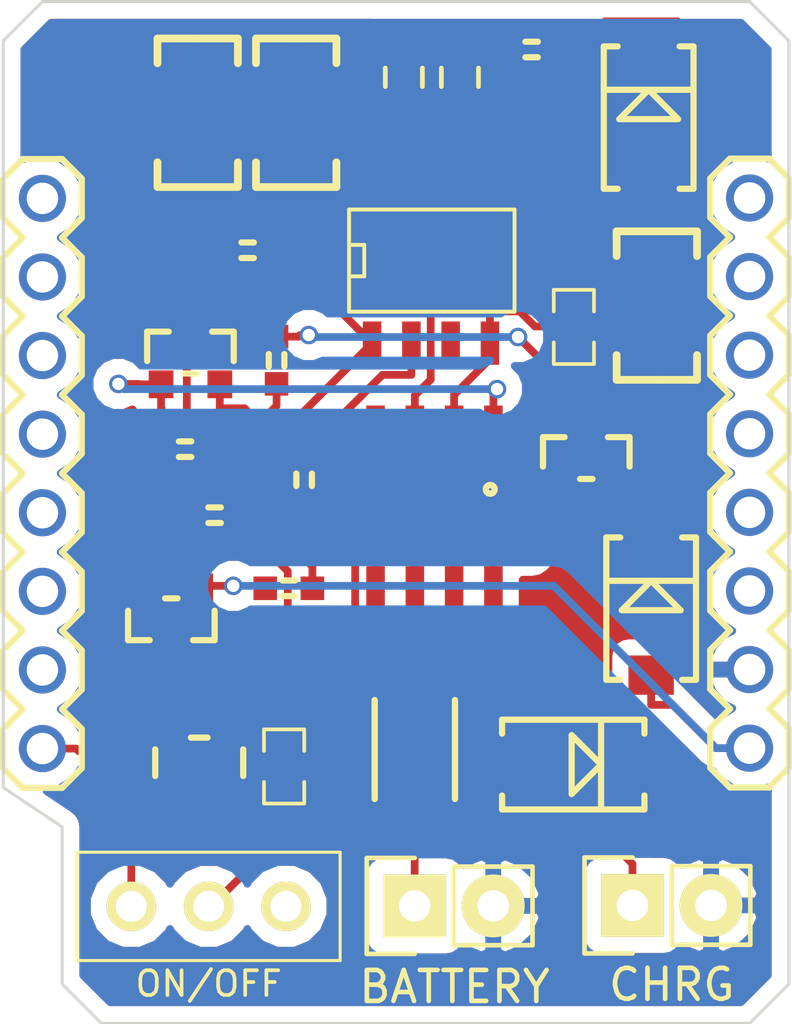
<source format=kicad_pcb>
(kicad_pcb (version 4) (host pcbnew 4.0.2-stable)

  (general
    (links 59)
    (no_connects 11)
    (area 147.094 71.933599 174.200601 105.053601)
    (thickness 1.6)
    (drawings 10)
    (tracks 206)
    (zones 0)
    (modules 29)
    (nets 32)
  )

  (page A4)
  (layers
    (0 F.Cu signal)
    (31 B.Cu signal)
    (32 B.Adhes user)
    (33 F.Adhes user)
    (34 B.Paste user)
    (35 F.Paste user)
    (36 B.SilkS user)
    (37 F.SilkS user)
    (38 B.Mask user)
    (39 F.Mask user)
    (40 Dwgs.User user)
    (41 Cmts.User user)
    (42 Eco1.User user)
    (43 Eco2.User user)
    (44 Edge.Cuts user)
    (45 Margin user)
    (46 B.CrtYd user)
    (47 F.CrtYd user)
    (48 B.Fab user)
    (49 F.Fab user)
  )

  (setup
    (last_trace_width 0.25)
    (trace_clearance 0.2)
    (zone_clearance 0.508)
    (zone_45_only no)
    (trace_min 0.2)
    (segment_width 0.2)
    (edge_width 0.1)
    (via_size 0.6)
    (via_drill 0.4)
    (via_min_size 0.4)
    (via_min_drill 0.3)
    (uvia_size 0.3)
    (uvia_drill 0.1)
    (uvias_allowed no)
    (uvia_min_size 0.2)
    (uvia_min_drill 0.1)
    (pcb_text_width 0.3)
    (pcb_text_size 1.5 1.5)
    (mod_edge_width 0.15)
    (mod_text_size 1 1)
    (mod_text_width 0.15)
    (pad_size 1.5 1.5)
    (pad_drill 0.6)
    (pad_to_mask_clearance 0)
    (aux_axis_origin 0 0)
    (visible_elements 7FFFFFFF)
    (pcbplotparams
      (layerselection 0x010ff_80000001)
      (usegerberextensions true)
      (excludeedgelayer true)
      (linewidth 0.500000)
      (plotframeref false)
      (viasonmask false)
      (mode 1)
      (useauxorigin false)
      (hpglpennumber 1)
      (hpglpenspeed 20)
      (hpglpendiameter 15)
      (hpglpenoverlay 2)
      (psnegative false)
      (psa4output false)
      (plotreference true)
      (plotvalue true)
      (plotinvisibletext false)
      (padsonsilk false)
      (subtractmaskfromsilk false)
      (outputformat 1)
      (mirror false)
      (drillshape 0)
      (scaleselection 1)
      (outputdirectory Gerber/))
  )

  (net 0 "")
  (net 1 "Net-(C2-Pad1)")
  (net 2 GND)
  (net 3 /Power/VIN)
  (net 4 /Power/VOUT)
  (net 5 /Power/VBAT)
  (net 6 /Power/SOLAR_IN)
  (net 7 +5V)
  (net 8 /BAT+)
  (net 9 /Power/~DONE)
  (net 10 "Net-(LED201-Pad2)")
  (net 11 /Power/~CHRG)
  (net 12 /RST)
  (net 13 /A0)
  (net 14 /D0)
  (net 15 /D5)
  (net 16 /D6)
  (net 17 /D7)
  (net 18 /D8)
  (net 19 /TX)
  (net 20 /RX)
  (net 21 /D1)
  (net 22 /D2)
  (net 23 /D3)
  (net 24 /D4)
  (net 25 /Power/GIN)
  (net 26 /Power/GBAT)
  (net 27 "Net-(R204-Pad1)")
  (net 28 "Net-(R205-Pad2)")
  (net 29 /VOUT)
  (net 30 "Net-(SW1-Pad3)")
  (net 31 +3V3)

  (net_class Default "This is the default net class."
    (clearance 0.2)
    (trace_width 0.25)
    (via_dia 0.6)
    (via_drill 0.4)
    (uvia_dia 0.3)
    (uvia_drill 0.1)
    (add_net +3V3)
    (add_net +5V)
    (add_net /A0)
    (add_net /BAT+)
    (add_net /D0)
    (add_net /D1)
    (add_net /D2)
    (add_net /D3)
    (add_net /D4)
    (add_net /D5)
    (add_net /D6)
    (add_net /D7)
    (add_net /D8)
    (add_net /Power/GBAT)
    (add_net /Power/GIN)
    (add_net /Power/SOLAR_IN)
    (add_net /Power/VBAT)
    (add_net /Power/VIN)
    (add_net /Power/VOUT)
    (add_net /Power/~CHRG)
    (add_net /Power/~DONE)
    (add_net /RST)
    (add_net /RX)
    (add_net /TX)
    (add_net /VOUT)
    (add_net GND)
    (add_net "Net-(C2-Pad1)")
    (add_net "Net-(LED201-Pad2)")
    (add_net "Net-(R204-Pad1)")
    (add_net "Net-(R205-Pad2)")
    (add_net "Net-(SW1-Pad3)")
  )

  (module freetronics_footprints:0603_CAP (layer F.Cu) (tedit 5477973D) (tstamp 574476B1)
    (at 157.582 96.7029 270)
    (path /56E87B9E)
    (attr smd)
    (fp_text reference C2 (at 0 0 270) (layer Eco1.User)
      (effects (font (size 0.5 0.5) (thickness 0.1)))
    )
    (fp_text value 100nF (at 0 1 270) (layer Eco1.User) hide
      (effects (font (size 0.4 0.4) (thickness 0.1)))
    )
    (fp_line (start 0.50038 0.65024) (end 1.19888 0.65024) (layer F.SilkS) (width 0.11938))
    (fp_line (start -0.50038 0.65024) (end -1.19888 0.65024) (layer F.SilkS) (width 0.11938))
    (fp_line (start 0.50038 -0.65024) (end 1.19888 -0.65024) (layer F.SilkS) (width 0.11938))
    (fp_line (start -1.19888 -0.65024) (end -0.50038 -0.65024) (layer F.SilkS) (width 0.11938))
    (fp_line (start 1.19888 -0.635) (end 1.19888 0.635) (layer F.SilkS) (width 0.11938))
    (fp_line (start -1.19888 0.635) (end -1.19888 -0.635) (layer F.SilkS) (width 0.11938))
    (pad 1 smd rect (at -0.762 0 270) (size 0.635 1.143) (layers F.Cu F.Paste F.Mask)
      (net 1 "Net-(C2-Pad1)"))
    (pad 2 smd rect (at 0.762 0 270) (size 0.635 1.143) (layers F.Cu F.Paste F.Mask)
      (net 2 GND))
    (model smd\capacitors\C0603.wrl
      (at (xyz 0 0 0.001))
      (scale (xyz 0.5 0.5 0.5))
      (rotate (xyz 0 0 0))
    )
  )

  (module freetronics_footprints:1210_CAP (layer F.Cu) (tedit 547799CF) (tstamp 574476BF)
    (at 154.788 75.5777 90)
    (path /56E80626/5642CCB8)
    (fp_text reference C201 (at 0 0 90) (layer Eco1.User)
      (effects (font (size 0.6 0.6) (thickness 0.1)))
    )
    (fp_text value "10uF 16V" (at 0 1.8 90) (layer Eco1.User) hide
      (effects (font (size 0.6 0.6) (thickness 0.1)))
    )
    (fp_line (start -1.6 1.3) (end -2.35 1.3) (layer F.SilkS) (width 0.25))
    (fp_line (start -2.35 1.3) (end -2.4 1.3) (layer F.SilkS) (width 0.25))
    (fp_line (start -2.4 1.3) (end -2.4 -1.3) (layer F.SilkS) (width 0.25))
    (fp_line (start -2.4 -1.3) (end -1.6 -1.3) (layer F.SilkS) (width 0.25))
    (fp_line (start 1.6 1.3) (end 2.4 1.3) (layer F.SilkS) (width 0.25))
    (fp_line (start 2.4 1.3) (end 2.4 0) (layer F.SilkS) (width 0.25))
    (fp_line (start 1.6 -1.3) (end 2.4 -1.3) (layer F.SilkS) (width 0.25))
    (fp_line (start 2.4 -1.3) (end 2.4 0) (layer F.SilkS) (width 0.25))
    (pad 1 smd rect (at -1.59766 0 90) (size 1.19888 1.99898) (layers F.Cu F.Paste F.Mask)
      (net 3 /Power/VIN))
    (pad 2 smd rect (at 1.59766 0 90) (size 1.19888 1.99898) (layers F.Cu F.Paste F.Mask)
      (net 2 GND))
  )

  (module freetronics_footprints:0603_CAP (layer F.Cu) (tedit 5477973D) (tstamp 574476CB)
    (at 166.949 82.4992 90)
    (path /56E80626/5642D8F0)
    (attr smd)
    (fp_text reference C202 (at 0 0 90) (layer Eco1.User)
      (effects (font (size 0.5 0.5) (thickness 0.1)))
    )
    (fp_text value "100nF 16V" (at 0 1 90) (layer Eco1.User) hide
      (effects (font (size 0.4 0.4) (thickness 0.1)))
    )
    (fp_line (start 0.50038 0.65024) (end 1.19888 0.65024) (layer F.SilkS) (width 0.11938))
    (fp_line (start -0.50038 0.65024) (end -1.19888 0.65024) (layer F.SilkS) (width 0.11938))
    (fp_line (start 0.50038 -0.65024) (end 1.19888 -0.65024) (layer F.SilkS) (width 0.11938))
    (fp_line (start -1.19888 -0.65024) (end -0.50038 -0.65024) (layer F.SilkS) (width 0.11938))
    (fp_line (start 1.19888 -0.635) (end 1.19888 0.635) (layer F.SilkS) (width 0.11938))
    (fp_line (start -1.19888 0.635) (end -1.19888 -0.635) (layer F.SilkS) (width 0.11938))
    (pad 1 smd rect (at -0.762 0 90) (size 0.635 1.143) (layers F.Cu F.Paste F.Mask)
      (net 4 /Power/VOUT))
    (pad 2 smd rect (at 0.762 0 90) (size 0.635 1.143) (layers F.Cu F.Paste F.Mask)
      (net 2 GND))
    (model smd\capacitors\C0603.wrl
      (at (xyz 0 0 0.001))
      (scale (xyz 0.5 0.5 0.5))
      (rotate (xyz 0 0 0))
    )
  )

  (module freetronics_footprints:1210_CAP (layer F.Cu) (tedit 547799CF) (tstamp 574476D9)
    (at 169.631 81.8083 270)
    (path /56E80626/5642CCBE)
    (fp_text reference C203 (at 0 0 270) (layer Eco1.User)
      (effects (font (size 0.6 0.6) (thickness 0.1)))
    )
    (fp_text value "100uF 16V X5R" (at 0 1.8 270) (layer Eco1.User) hide
      (effects (font (size 0.6 0.6) (thickness 0.1)))
    )
    (fp_line (start -1.6 1.3) (end -2.35 1.3) (layer F.SilkS) (width 0.25))
    (fp_line (start -2.35 1.3) (end -2.4 1.3) (layer F.SilkS) (width 0.25))
    (fp_line (start -2.4 1.3) (end -2.4 -1.3) (layer F.SilkS) (width 0.25))
    (fp_line (start -2.4 -1.3) (end -1.6 -1.3) (layer F.SilkS) (width 0.25))
    (fp_line (start 1.6 1.3) (end 2.4 1.3) (layer F.SilkS) (width 0.25))
    (fp_line (start 2.4 1.3) (end 2.4 0) (layer F.SilkS) (width 0.25))
    (fp_line (start 1.6 -1.3) (end 2.4 -1.3) (layer F.SilkS) (width 0.25))
    (fp_line (start 2.4 -1.3) (end 2.4 0) (layer F.SilkS) (width 0.25))
    (pad 1 smd rect (at -1.59766 0 270) (size 1.19888 1.99898) (layers F.Cu F.Paste F.Mask)
      (net 2 GND))
    (pad 2 smd rect (at 1.59766 0 270) (size 1.19888 1.99898) (layers F.Cu F.Paste F.Mask)
      (net 4 /Power/VOUT))
  )

  (module freetronics_footprints:1210_CAP (layer F.Cu) (tedit 547799CF) (tstamp 574476E7)
    (at 157.973 75.5777 90)
    (path /56E80626/566F9EBD)
    (fp_text reference C204 (at 0 0 90) (layer Eco1.User)
      (effects (font (size 0.6 0.6) (thickness 0.1)))
    )
    (fp_text value "10uF 16V" (at 0 1.8 90) (layer Eco1.User) hide
      (effects (font (size 0.6 0.6) (thickness 0.1)))
    )
    (fp_line (start -1.6 1.3) (end -2.35 1.3) (layer F.SilkS) (width 0.25))
    (fp_line (start -2.35 1.3) (end -2.4 1.3) (layer F.SilkS) (width 0.25))
    (fp_line (start -2.4 1.3) (end -2.4 -1.3) (layer F.SilkS) (width 0.25))
    (fp_line (start -2.4 -1.3) (end -1.6 -1.3) (layer F.SilkS) (width 0.25))
    (fp_line (start 1.6 1.3) (end 2.4 1.3) (layer F.SilkS) (width 0.25))
    (fp_line (start 2.4 1.3) (end 2.4 0) (layer F.SilkS) (width 0.25))
    (fp_line (start 1.6 -1.3) (end 2.4 -1.3) (layer F.SilkS) (width 0.25))
    (fp_line (start 2.4 -1.3) (end 2.4 0) (layer F.SilkS) (width 0.25))
    (pad 1 smd rect (at -1.59766 0 90) (size 1.19888 1.99898) (layers F.Cu F.Paste F.Mask)
      (net 5 /Power/VBAT))
    (pad 2 smd rect (at 1.59766 0 90) (size 1.19888 1.99898) (layers F.Cu F.Paste F.Mask)
      (net 2 GND))
  )

  (module freetronics_footprints:DIODE_SMA (layer F.Cu) (tedit 5477985B) (tstamp 574476F7)
    (at 166.929 96.6419)
    (path /56E7FDF8)
    (attr smd)
    (fp_text reference D1 (at -0.7 0 90) (layer Eco1.User)
      (effects (font (size 0.6 0.6) (thickness 0.1)))
    )
    (fp_text value SS14 (at 1 2.05) (layer Eco1.User) hide
      (effects (font (size 0.5 0.5) (thickness 0.1)))
    )
    (fp_line (start 0.89916 0) (end -0.0508 0.94996) (layer F.SilkS) (width 0.20066))
    (fp_line (start -0.0508 0.94996) (end -0.0508 -0.94996) (layer F.SilkS) (width 0.20066))
    (fp_line (start 0.89916 0) (end -0.0508 -0.94996) (layer F.SilkS) (width 0.20066))
    (fp_line (start 0.89916 -1.45034) (end 0.89916 1.45034) (layer F.SilkS) (width 0.20066))
    (fp_line (start -2.30124 1.45034) (end -2.30124 1.00076) (layer F.SilkS) (width 0.20066))
    (fp_line (start -2.30124 1.45034) (end 2.30124 1.45034) (layer F.SilkS) (width 0.20066))
    (fp_line (start 2.30124 1.45034) (end 2.30124 1.00076) (layer F.SilkS) (width 0.20066))
    (fp_line (start -2.30124 -1.45034) (end -2.30124 -1.00076) (layer F.SilkS) (width 0.20066))
    (fp_line (start -2.30124 -1.45034) (end 2.30124 -1.45034) (layer F.SilkS) (width 0.20066))
    (fp_line (start 2.30124 -1.45034) (end 2.30124 -1.00076) (layer F.SilkS) (width 0.20066))
    (pad A smd rect (at -2.14884 0) (size 1.27 1.47066) (layers F.Cu F.Paste F.Mask)
      (net 2 GND))
    (pad K smd rect (at 2.14884 0) (size 1.27 1.47066) (layers F.Cu F.Paste F.Mask)
      (net 6 /Power/SOLAR_IN))
  )

  (module freetronics_footprints:DIODE_SMA (layer F.Cu) (tedit 5477985B) (tstamp 57447707)
    (at 169.367 75.7326 90)
    (path /56E8649A)
    (attr smd)
    (fp_text reference D2 (at -0.7 0 180) (layer Eco1.User)
      (effects (font (size 0.6 0.6) (thickness 0.1)))
    )
    (fp_text value SS14 (at 1 2.05 90) (layer Eco1.User) hide
      (effects (font (size 0.5 0.5) (thickness 0.1)))
    )
    (fp_line (start 0.89916 0) (end -0.0508 0.94996) (layer F.SilkS) (width 0.20066))
    (fp_line (start -0.0508 0.94996) (end -0.0508 -0.94996) (layer F.SilkS) (width 0.20066))
    (fp_line (start 0.89916 0) (end -0.0508 -0.94996) (layer F.SilkS) (width 0.20066))
    (fp_line (start 0.89916 -1.45034) (end 0.89916 1.45034) (layer F.SilkS) (width 0.20066))
    (fp_line (start -2.30124 1.45034) (end -2.30124 1.00076) (layer F.SilkS) (width 0.20066))
    (fp_line (start -2.30124 1.45034) (end 2.30124 1.45034) (layer F.SilkS) (width 0.20066))
    (fp_line (start 2.30124 1.45034) (end 2.30124 1.00076) (layer F.SilkS) (width 0.20066))
    (fp_line (start -2.30124 -1.45034) (end -2.30124 -1.00076) (layer F.SilkS) (width 0.20066))
    (fp_line (start -2.30124 -1.45034) (end 2.30124 -1.45034) (layer F.SilkS) (width 0.20066))
    (fp_line (start 2.30124 -1.45034) (end 2.30124 -1.00076) (layer F.SilkS) (width 0.20066))
    (pad A smd rect (at -2.14884 0 90) (size 1.27 1.47066) (layers F.Cu F.Paste F.Mask)
      (net 2 GND))
    (pad K smd rect (at 2.14884 0 90) (size 1.27 1.47066) (layers F.Cu F.Paste F.Mask)
      (net 5 /Power/VBAT))
  )

  (module freetronics_footprints:DIODE_SMA (layer F.Cu) (tedit 5477985B) (tstamp 57447717)
    (at 169.448 91.6026 90)
    (path /56E80626/563C54FD)
    (attr smd)
    (fp_text reference D201 (at -0.7 0 180) (layer Eco1.User)
      (effects (font (size 0.6 0.6) (thickness 0.1)))
    )
    (fp_text value SS14 (at 1 2.05 90) (layer Eco1.User) hide
      (effects (font (size 0.5 0.5) (thickness 0.1)))
    )
    (fp_line (start 0.89916 0) (end -0.0508 0.94996) (layer F.SilkS) (width 0.20066))
    (fp_line (start -0.0508 0.94996) (end -0.0508 -0.94996) (layer F.SilkS) (width 0.20066))
    (fp_line (start 0.89916 0) (end -0.0508 -0.94996) (layer F.SilkS) (width 0.20066))
    (fp_line (start 0.89916 -1.45034) (end 0.89916 1.45034) (layer F.SilkS) (width 0.20066))
    (fp_line (start -2.30124 1.45034) (end -2.30124 1.00076) (layer F.SilkS) (width 0.20066))
    (fp_line (start -2.30124 1.45034) (end 2.30124 1.45034) (layer F.SilkS) (width 0.20066))
    (fp_line (start 2.30124 1.45034) (end 2.30124 1.00076) (layer F.SilkS) (width 0.20066))
    (fp_line (start -2.30124 -1.45034) (end -2.30124 -1.00076) (layer F.SilkS) (width 0.20066))
    (fp_line (start -2.30124 -1.45034) (end 2.30124 -1.45034) (layer F.SilkS) (width 0.20066))
    (fp_line (start 2.30124 -1.45034) (end 2.30124 -1.00076) (layer F.SilkS) (width 0.20066))
    (pad A smd rect (at -2.14884 0 90) (size 1.27 1.47066) (layers F.Cu F.Paste F.Mask)
      (net 7 +5V))
    (pad K smd rect (at 2.14884 0 90) (size 1.27 1.47066) (layers F.Cu F.Paste F.Mask)
      (net 3 /Power/VIN))
  )

  (module freetronics_footprints:1210 (layer F.Cu) (tedit 54779969) (tstamp 57447723)
    (at 161.808 96.1542 90)
    (path /56E863EF)
    (fp_text reference F1 (at 0 0 90) (layer Eco1.User)
      (effects (font (size 0.6 0.6) (thickness 0.1)))
    )
    (fp_text value "1A PTC" (at 0 1.85 90) (layer Eco1.User) hide
      (effects (font (size 0.6 0.6) (thickness 0.1)))
    )
    (fp_line (start -1.59766 -1.29794) (end 1.59766 -1.29794) (layer Cmts.User) (width 0.127))
    (fp_line (start 1.59766 -1.29794) (end 1.59766 1.29794) (layer Cmts.User) (width 0.127))
    (fp_line (start 1.59766 1.29794) (end -1.59766 1.29794) (layer Cmts.User) (width 0.127))
    (fp_line (start -1.59766 1.29794) (end -1.59766 -1.29794) (layer Cmts.User) (width 0.127))
    (fp_line (start -1.59766 -1.29794) (end 1.59766 -1.29794) (layer F.SilkS) (width 0.2032))
    (fp_line (start -1.59766 1.29794) (end 1.59766 1.29794) (layer F.SilkS) (width 0.2032))
    (pad 1 smd rect (at -1.59766 0 90) (size 1.19888 1.99898) (layers F.Cu F.Paste F.Mask)
      (net 8 /BAT+))
    (pad 2 smd rect (at 1.59766 0 90) (size 1.19888 1.99898) (layers F.Cu F.Paste F.Mask)
      (net 5 /Power/VBAT))
  )

  (module freetronics_footprints:0805 (layer F.Cu) (tedit 54769AAA) (tstamp 5744772B)
    (at 163.266 74.4322 90)
    (path /56E80626/563FF8B1)
    (fp_text reference LED201 (at 0 0 90) (layer Eco1.User)
      (effects (font (size 0.3 0.3) (thickness 0.075)))
    )
    (fp_text value LED_GREEN (at 0 1 90) (layer Eco1.User) hide
      (effects (font (size 0.2 0.2) (thickness 0.03048)))
    )
    (fp_line (start -0.29972 -0.59944) (end 0.29972 -0.59944) (layer F.SilkS) (width 0.1524))
    (fp_line (start -0.29972 0.59944) (end 0.29972 0.59944) (layer F.SilkS) (width 0.1524))
    (pad 1 smd rect (at -0.89916 0 90) (size 0.79756 1.19888) (layers F.Cu F.Paste F.Mask)
      (net 9 /Power/~DONE))
    (pad 2 smd rect (at 0.89916 0 90) (size 0.79756 1.19888) (layers F.Cu F.Paste F.Mask)
      (net 10 "Net-(LED201-Pad2)"))
  )

  (module freetronics_footprints:0805 (layer F.Cu) (tedit 54769AAA) (tstamp 57447733)
    (at 161.453 74.4322 90)
    (path /56E80626/563C5FC4)
    (fp_text reference LED202 (at 0 0 90) (layer Eco1.User)
      (effects (font (size 0.3 0.3) (thickness 0.075)))
    )
    (fp_text value LED_RED (at 0 1 90) (layer Eco1.User) hide
      (effects (font (size 0.2 0.2) (thickness 0.03048)))
    )
    (fp_line (start -0.29972 -0.59944) (end 0.29972 -0.59944) (layer F.SilkS) (width 0.1524))
    (fp_line (start -0.29972 0.59944) (end 0.29972 0.59944) (layer F.SilkS) (width 0.1524))
    (pad 1 smd rect (at -0.89916 0 90) (size 0.79756 1.19888) (layers F.Cu F.Paste F.Mask)
      (net 11 /Power/~CHRG))
    (pad 2 smd rect (at 0.89916 0 90) (size 0.79756 1.19888) (layers F.Cu F.Paste F.Mask)
      (net 10 "Net-(LED201-Pad2)"))
  )

  (module Pin_Headers:Pin_Header_Straight_1x02 (layer F.Cu) (tedit 57445BA6) (tstamp 57447744)
    (at 161.803 101.209 90)
    (descr "Through hole pin header")
    (tags "pin header")
    (path /56E86961)
    (fp_text reference P1 (at 0 -5.1 90) (layer F.SilkS) hide
      (effects (font (size 1 1) (thickness 0.15)))
    )
    (fp_text value BATTERY (at -2.61366 1.28778 180) (layer F.SilkS)
      (effects (font (size 1 1) (thickness 0.15)))
    )
    (fp_line (start 1.27 1.27) (end 1.27 3.81) (layer F.SilkS) (width 0.15))
    (fp_line (start 1.55 -1.55) (end 1.55 0) (layer F.SilkS) (width 0.15))
    (fp_line (start -1.75 -1.75) (end -1.75 4.3) (layer F.CrtYd) (width 0.05))
    (fp_line (start 1.75 -1.75) (end 1.75 4.3) (layer F.CrtYd) (width 0.05))
    (fp_line (start -1.75 -1.75) (end 1.75 -1.75) (layer F.CrtYd) (width 0.05))
    (fp_line (start -1.75 4.3) (end 1.75 4.3) (layer F.CrtYd) (width 0.05))
    (fp_line (start 1.27 1.27) (end -1.27 1.27) (layer F.SilkS) (width 0.15))
    (fp_line (start -1.55 0) (end -1.55 -1.55) (layer F.SilkS) (width 0.15))
    (fp_line (start -1.55 -1.55) (end 1.55 -1.55) (layer F.SilkS) (width 0.15))
    (fp_line (start -1.27 1.27) (end -1.27 3.81) (layer F.SilkS) (width 0.15))
    (fp_line (start -1.27 3.81) (end 1.27 3.81) (layer F.SilkS) (width 0.15))
    (pad 1 thru_hole rect (at 0 0 90) (size 2.032 2.032) (drill 1.016) (layers *.Cu *.Mask F.SilkS)
      (net 8 /BAT+))
    (pad 2 thru_hole oval (at 0 2.54 90) (size 2.032 2.032) (drill 1.016) (layers *.Cu *.Mask F.SilkS)
      (net 2 GND))
    (model Pin_Headers.3dshapes/Pin_Header_Straight_1x02.wrl
      (at (xyz 0 -0.05 0))
      (scale (xyz 1 1 1))
      (rotate (xyz 0 0 90))
    )
  )

  (module Pin_Headers:Pin_Header_Straight_1x02 (layer F.Cu) (tedit 57445BAB) (tstamp 57447755)
    (at 168.844 101.194 90)
    (descr "Through hole pin header")
    (tags "pin header")
    (path /56E7FF1D)
    (fp_text reference P2 (at 0 -5.1 90) (layer F.SilkS) hide
      (effects (font (size 1 1) (thickness 0.15)))
    )
    (fp_text value CHRG (at -2.56032 1.27 180) (layer F.SilkS)
      (effects (font (size 1 1) (thickness 0.15)))
    )
    (fp_line (start 1.27 1.27) (end 1.27 3.81) (layer F.SilkS) (width 0.15))
    (fp_line (start 1.55 -1.55) (end 1.55 0) (layer F.SilkS) (width 0.15))
    (fp_line (start -1.75 -1.75) (end -1.75 4.3) (layer F.CrtYd) (width 0.05))
    (fp_line (start 1.75 -1.75) (end 1.75 4.3) (layer F.CrtYd) (width 0.05))
    (fp_line (start -1.75 -1.75) (end 1.75 -1.75) (layer F.CrtYd) (width 0.05))
    (fp_line (start -1.75 4.3) (end 1.75 4.3) (layer F.CrtYd) (width 0.05))
    (fp_line (start 1.27 1.27) (end -1.27 1.27) (layer F.SilkS) (width 0.15))
    (fp_line (start -1.55 0) (end -1.55 -1.55) (layer F.SilkS) (width 0.15))
    (fp_line (start -1.55 -1.55) (end 1.55 -1.55) (layer F.SilkS) (width 0.15))
    (fp_line (start -1.27 1.27) (end -1.27 3.81) (layer F.SilkS) (width 0.15))
    (fp_line (start -1.27 3.81) (end 1.27 3.81) (layer F.SilkS) (width 0.15))
    (pad 1 thru_hole rect (at 0 0 90) (size 2.032 2.032) (drill 1.016) (layers *.Cu *.Mask F.SilkS)
      (net 6 /Power/SOLAR_IN))
    (pad 2 thru_hole oval (at 0 2.54 90) (size 2.032 2.032) (drill 1.016) (layers *.Cu *.Mask F.SilkS)
      (net 2 GND))
    (model Pin_Headers.3dshapes/Pin_Header_Straight_1x02.wrl
      (at (xyz 0 -0.05 0))
      (scale (xyz 1 1 1))
      (rotate (xyz 0 0 90))
    )
  )

  (module freetronics_footprints:1X08 (layer F.Cu) (tedit 5476A041) (tstamp 574477D1)
    (at 172.629 78.3311 270)
    (path /57447DE6)
    (fp_text reference P4 (at 0 0 270) (layer Eco1.User)
      (effects (font (size 0.6 0.6) (thickness 0.1)))
    )
    (fp_text value CONN_01X08 (at 0.254 1.905 270) (layer Eco1.User) hide
      (effects (font (size 0.6 0.6) (thickness 0.1)))
    )
    (fp_line (start 14.605 -1.27) (end 15.875 -1.27) (layer F.SilkS) (width 0.2032))
    (fp_line (start 15.875 -1.27) (end 16.51 -0.635) (layer F.SilkS) (width 0.2032))
    (fp_line (start 16.51 0.635) (end 15.875 1.27) (layer F.SilkS) (width 0.2032))
    (fp_line (start 11.43 -0.635) (end 12.065 -1.27) (layer F.SilkS) (width 0.2032))
    (fp_line (start 12.065 -1.27) (end 13.335 -1.27) (layer F.SilkS) (width 0.2032))
    (fp_line (start 13.335 -1.27) (end 13.97 -0.635) (layer F.SilkS) (width 0.2032))
    (fp_line (start 13.97 0.635) (end 13.335 1.27) (layer F.SilkS) (width 0.2032))
    (fp_line (start 13.335 1.27) (end 12.065 1.27) (layer F.SilkS) (width 0.2032))
    (fp_line (start 12.065 1.27) (end 11.43 0.635) (layer F.SilkS) (width 0.2032))
    (fp_line (start 14.605 -1.27) (end 13.97 -0.635) (layer F.SilkS) (width 0.2032))
    (fp_line (start 13.97 0.635) (end 14.605 1.27) (layer F.SilkS) (width 0.2032))
    (fp_line (start 15.875 1.27) (end 14.605 1.27) (layer F.SilkS) (width 0.2032))
    (fp_line (start 6.985 -1.27) (end 8.255 -1.27) (layer F.SilkS) (width 0.2032))
    (fp_line (start 8.255 -1.27) (end 8.89 -0.635) (layer F.SilkS) (width 0.2032))
    (fp_line (start 8.89 0.635) (end 8.255 1.27) (layer F.SilkS) (width 0.2032))
    (fp_line (start 8.89 -0.635) (end 9.525 -1.27) (layer F.SilkS) (width 0.2032))
    (fp_line (start 9.525 -1.27) (end 10.795 -1.27) (layer F.SilkS) (width 0.2032))
    (fp_line (start 10.795 -1.27) (end 11.43 -0.635) (layer F.SilkS) (width 0.2032))
    (fp_line (start 11.43 0.635) (end 10.795 1.27) (layer F.SilkS) (width 0.2032))
    (fp_line (start 10.795 1.27) (end 9.525 1.27) (layer F.SilkS) (width 0.2032))
    (fp_line (start 9.525 1.27) (end 8.89 0.635) (layer F.SilkS) (width 0.2032))
    (fp_line (start 3.81 -0.635) (end 4.445 -1.27) (layer F.SilkS) (width 0.2032))
    (fp_line (start 4.445 -1.27) (end 5.715 -1.27) (layer F.SilkS) (width 0.2032))
    (fp_line (start 5.715 -1.27) (end 6.35 -0.635) (layer F.SilkS) (width 0.2032))
    (fp_line (start 6.35 0.635) (end 5.715 1.27) (layer F.SilkS) (width 0.2032))
    (fp_line (start 5.715 1.27) (end 4.445 1.27) (layer F.SilkS) (width 0.2032))
    (fp_line (start 4.445 1.27) (end 3.81 0.635) (layer F.SilkS) (width 0.2032))
    (fp_line (start 6.985 -1.27) (end 6.35 -0.635) (layer F.SilkS) (width 0.2032))
    (fp_line (start 6.35 0.635) (end 6.985 1.27) (layer F.SilkS) (width 0.2032))
    (fp_line (start 8.255 1.27) (end 6.985 1.27) (layer F.SilkS) (width 0.2032))
    (fp_line (start -0.635 -1.27) (end 0.635 -1.27) (layer F.SilkS) (width 0.2032))
    (fp_line (start 0.635 -1.27) (end 1.27 -0.635) (layer F.SilkS) (width 0.2032))
    (fp_line (start 1.27 0.635) (end 0.635 1.27) (layer F.SilkS) (width 0.2032))
    (fp_line (start 1.27 -0.635) (end 1.905 -1.27) (layer F.SilkS) (width 0.2032))
    (fp_line (start 1.905 -1.27) (end 3.175 -1.27) (layer F.SilkS) (width 0.2032))
    (fp_line (start 3.175 -1.27) (end 3.81 -0.635) (layer F.SilkS) (width 0.2032))
    (fp_line (start 3.81 0.635) (end 3.175 1.27) (layer F.SilkS) (width 0.2032))
    (fp_line (start 3.175 1.27) (end 1.905 1.27) (layer F.SilkS) (width 0.2032))
    (fp_line (start 1.905 1.27) (end 1.27 0.635) (layer F.SilkS) (width 0.2032))
    (fp_line (start -1.27 -0.635) (end -1.27 0.635) (layer F.SilkS) (width 0.2032))
    (fp_line (start -0.635 -1.27) (end -1.27 -0.635) (layer F.SilkS) (width 0.2032))
    (fp_line (start -1.27 0.635) (end -0.635 1.27) (layer F.SilkS) (width 0.2032))
    (fp_line (start 0.635 1.27) (end -0.635 1.27) (layer F.SilkS) (width 0.2032))
    (fp_line (start 17.145 -1.27) (end 18.415 -1.27) (layer F.SilkS) (width 0.2032))
    (fp_line (start 18.415 -1.27) (end 19.05 -0.635) (layer F.SilkS) (width 0.2032))
    (fp_line (start 19.05 -0.635) (end 19.05 0.635) (layer F.SilkS) (width 0.2032))
    (fp_line (start 19.05 0.635) (end 18.415 1.27) (layer F.SilkS) (width 0.2032))
    (fp_line (start 17.145 -1.27) (end 16.51 -0.635) (layer F.SilkS) (width 0.2032))
    (fp_line (start 16.51 0.635) (end 17.145 1.27) (layer F.SilkS) (width 0.2032))
    (fp_line (start 18.415 1.27) (end 17.145 1.27) (layer F.SilkS) (width 0.2032))
    (pad 1 thru_hole oval (at 0 0) (size 1.524 1.524) (drill 1.016) (layers *.Cu *.Mask)
      (net 19 /TX))
    (pad 2 thru_hole oval (at 2.54 0) (size 1.524 1.524) (drill 1.016) (layers *.Cu *.Mask)
      (net 20 /RX))
    (pad 3 thru_hole oval (at 5.08 0) (size 1.524 1.524) (drill 1.016) (layers *.Cu *.Mask)
      (net 21 /D1))
    (pad 4 thru_hole oval (at 7.62 0) (size 1.524 1.524) (drill 1.016) (layers *.Cu *.Mask)
      (net 22 /D2))
    (pad 5 thru_hole oval (at 10.16 0) (size 1.524 1.524) (drill 1.016) (layers *.Cu *.Mask)
      (net 23 /D3))
    (pad 6 thru_hole oval (at 12.7 0) (size 1.524 1.524) (drill 1.016) (layers *.Cu *.Mask)
      (net 24 /D4))
    (pad 7 thru_hole oval (at 15.24 0) (size 1.524 1.524) (drill 1.016) (layers *.Cu *.Mask)
      (net 2 GND))
    (pad 8 thru_hole oval (at 17.78 0) (size 1.524 1.524) (drill 1.016) (layers *.Cu *.Mask)
      (net 7 +5V))
  )

  (module freetronics_footprints:SOT23_FET (layer F.Cu) (tedit 5477A114) (tstamp 574477DD)
    (at 153.937 91.9201 180)
    (path /56E80626/563C5347)
    (attr smd)
    (fp_text reference Q201 (at 0 -0.05 180) (layer Eco1.User)
      (effects (font (size 0.5 0.5) (thickness 0.1)))
    )
    (fp_text value FDN340P (at 0 2.1 180) (layer Eco1.User) hide
      (effects (font (size 0.5 0.5) (thickness 0.1)))
    )
    (fp_line (start -0.20066 0.65024) (end 0.20066 0.65024) (layer F.SilkS) (width 0.20066))
    (fp_line (start 1.39954 -0.70104) (end 1.39954 0.24892) (layer F.SilkS) (width 0.20066))
    (fp_line (start 1.39954 -0.70104) (end 0.70104 -0.70104) (layer F.SilkS) (width 0.20066))
    (fp_line (start -1.39954 -0.70104) (end -0.70104 -0.70104) (layer F.SilkS) (width 0.20066))
    (fp_line (start -1.39954 -0.70104) (end -1.39954 0.24892) (layer F.SilkS) (width 0.20066))
    (pad D smd rect (at 0 -1.09982 180) (size 0.8001 0.89916) (layers F.Cu F.Paste F.Mask)
      (net 6 /Power/SOLAR_IN))
    (pad G smd rect (at -0.94996 1.00076 180) (size 0.8001 0.89916) (layers F.Cu F.Paste F.Mask)
      (net 7 +5V))
    (pad S smd rect (at 0.94996 1.00076 180) (size 0.8001 0.89916) (layers F.Cu F.Paste F.Mask)
      (net 3 /Power/VIN))
  )

  (module freetronics_footprints:SOT23_FET (layer F.Cu) (tedit 5477A114) (tstamp 574477E9)
    (at 154.554 83.3526)
    (path /56E80626/563FE525)
    (attr smd)
    (fp_text reference Q202 (at 0 -0.05) (layer Eco1.User)
      (effects (font (size 0.5 0.5) (thickness 0.1)))
    )
    (fp_text value FDN340P (at 0 2.1) (layer Eco1.User) hide
      (effects (font (size 0.5 0.5) (thickness 0.1)))
    )
    (fp_line (start -0.20066 0.65024) (end 0.20066 0.65024) (layer F.SilkS) (width 0.20066))
    (fp_line (start 1.39954 -0.70104) (end 1.39954 0.24892) (layer F.SilkS) (width 0.20066))
    (fp_line (start 1.39954 -0.70104) (end 0.70104 -0.70104) (layer F.SilkS) (width 0.20066))
    (fp_line (start -1.39954 -0.70104) (end -0.70104 -0.70104) (layer F.SilkS) (width 0.20066))
    (fp_line (start -1.39954 -0.70104) (end -1.39954 0.24892) (layer F.SilkS) (width 0.20066))
    (pad D smd rect (at 0 -1.09982) (size 0.8001 0.89916) (layers F.Cu F.Paste F.Mask)
      (net 3 /Power/VIN))
    (pad G smd rect (at -0.94996 1.00076) (size 0.8001 0.89916) (layers F.Cu F.Paste F.Mask)
      (net 25 /Power/GIN))
    (pad S smd rect (at 0.94996 1.00076) (size 0.8001 0.89916) (layers F.Cu F.Paste F.Mask)
      (net 4 /Power/VOUT))
  )

  (module freetronics_footprints:SOT23_FET (layer F.Cu) (tedit 5477A114) (tstamp 574477F5)
    (at 167.35 86.7613)
    (path /56E80626/5641832A)
    (attr smd)
    (fp_text reference Q203 (at 0 -0.05) (layer Eco1.User)
      (effects (font (size 0.5 0.5) (thickness 0.1)))
    )
    (fp_text value FDN340P (at 0 2.1) (layer Eco1.User) hide
      (effects (font (size 0.5 0.5) (thickness 0.1)))
    )
    (fp_line (start -0.20066 0.65024) (end 0.20066 0.65024) (layer F.SilkS) (width 0.20066))
    (fp_line (start 1.39954 -0.70104) (end 1.39954 0.24892) (layer F.SilkS) (width 0.20066))
    (fp_line (start 1.39954 -0.70104) (end 0.70104 -0.70104) (layer F.SilkS) (width 0.20066))
    (fp_line (start -1.39954 -0.70104) (end -0.70104 -0.70104) (layer F.SilkS) (width 0.20066))
    (fp_line (start -1.39954 -0.70104) (end -1.39954 0.24892) (layer F.SilkS) (width 0.20066))
    (pad D smd rect (at 0 -1.09982) (size 0.8001 0.89916) (layers F.Cu F.Paste F.Mask)
      (net 5 /Power/VBAT))
    (pad G smd rect (at -0.94996 1.00076) (size 0.8001 0.89916) (layers F.Cu F.Paste F.Mask)
      (net 26 /Power/GBAT))
    (pad S smd rect (at 0.94996 1.00076) (size 0.8001 0.89916) (layers F.Cu F.Paste F.Mask)
      (net 4 /Power/VOUT))
  )

  (module freetronics_footprints:0603 (layer F.Cu) (tedit 54778FE4) (tstamp 574477FD)
    (at 154.381 86.4489)
    (path /56E80626/56EBE55C)
    (attr smd)
    (fp_text reference R4 (at -0.1 -0.7) (layer Eco1.User)
      (effects (font (size 0.5 0.5) (thickness 0.1)))
    )
    (fp_text value 100K (at 0.1 0.8) (layer Eco1.User) hide
      (effects (font (size 0.4 0.4) (thickness 0.1)))
    )
    (fp_line (start -0.20066 0.25146) (end 0.20066 0.25146) (layer F.SilkS) (width 0.20066))
    (fp_line (start -0.20066 -0.25146) (end 0.20066 -0.25146) (layer F.SilkS) (width 0.20066))
    (pad 1 smd rect (at -0.762 0) (size 0.762 0.762) (layers F.Cu F.Paste F.Mask)
      (net 25 /Power/GIN))
    (pad 2 smd rect (at 0.762 0) (size 0.762 0.762) (layers F.Cu F.Paste F.Mask)
      (net 2 GND))
    (model smd\resistors\R0603.wrl
      (at (xyz 0 0 0.001))
      (scale (xyz 0.5 0.5 0.5))
      (rotate (xyz 0 0 0))
    )
  )

  (module freetronics_footprints:0603 (layer F.Cu) (tedit 54778FE4) (tstamp 57447805)
    (at 157.338 83.5762 90)
    (path /56E80626/56EBECD6)
    (attr smd)
    (fp_text reference R5 (at -0.1 -0.7 90) (layer Eco1.User)
      (effects (font (size 0.5 0.5) (thickness 0.1)))
    )
    (fp_text value 100K (at 0.1 0.8 90) (layer Eco1.User) hide
      (effects (font (size 0.4 0.4) (thickness 0.1)))
    )
    (fp_line (start -0.20066 0.25146) (end 0.20066 0.25146) (layer F.SilkS) (width 0.20066))
    (fp_line (start -0.20066 -0.25146) (end 0.20066 -0.25146) (layer F.SilkS) (width 0.20066))
    (pad 1 smd rect (at -0.762 0 90) (size 0.762 0.762) (layers F.Cu F.Paste F.Mask)
      (net 4 /Power/VOUT))
    (pad 2 smd rect (at 0.762 0 90) (size 0.762 0.762) (layers F.Cu F.Paste F.Mask)
      (net 26 /Power/GBAT))
    (model smd\resistors\R0603.wrl
      (at (xyz 0 0 0.001))
      (scale (xyz 0.5 0.5 0.5))
      (rotate (xyz 0 0 0))
    )
  )

  (module freetronics_footprints:0603 (layer F.Cu) (tedit 54778FE4) (tstamp 5744780D)
    (at 155.334 88.5825)
    (path /56E80626/563C5AF3)
    (attr smd)
    (fp_text reference R201 (at -0.1 -0.7) (layer Eco1.User)
      (effects (font (size 0.5 0.5) (thickness 0.1)))
    )
    (fp_text value 1K (at 0.1 0.8) (layer Eco1.User) hide
      (effects (font (size 0.4 0.4) (thickness 0.1)))
    )
    (fp_line (start -0.20066 0.25146) (end 0.20066 0.25146) (layer F.SilkS) (width 0.20066))
    (fp_line (start -0.20066 -0.25146) (end 0.20066 -0.25146) (layer F.SilkS) (width 0.20066))
    (pad 1 smd rect (at -0.762 0) (size 0.762 0.762) (layers F.Cu F.Paste F.Mask)
      (net 7 +5V))
    (pad 2 smd rect (at 0.762 0) (size 0.762 0.762) (layers F.Cu F.Paste F.Mask)
      (net 2 GND))
    (model smd\resistors\R0603.wrl
      (at (xyz 0 0 0.001))
      (scale (xyz 0.5 0.5 0.5))
      (rotate (xyz 0 0 0))
    )
  )

  (module freetronics_footprints:0603 (layer F.Cu) (tedit 54778FE4) (tstamp 57447815)
    (at 165.583 73.533 180)
    (path /56E80626/563FF8B7)
    (attr smd)
    (fp_text reference R202 (at -0.1 -0.7 180) (layer Eco1.User)
      (effects (font (size 0.5 0.5) (thickness 0.1)))
    )
    (fp_text value 1K (at 0.1 0.8 180) (layer Eco1.User) hide
      (effects (font (size 0.4 0.4) (thickness 0.1)))
    )
    (fp_line (start -0.20066 0.25146) (end 0.20066 0.25146) (layer F.SilkS) (width 0.20066))
    (fp_line (start -0.20066 -0.25146) (end 0.20066 -0.25146) (layer F.SilkS) (width 0.20066))
    (pad 1 smd rect (at -0.762 0 180) (size 0.762 0.762) (layers F.Cu F.Paste F.Mask)
      (net 3 /Power/VIN))
    (pad 2 smd rect (at 0.762 0 180) (size 0.762 0.762) (layers F.Cu F.Paste F.Mask)
      (net 10 "Net-(LED201-Pad2)"))
    (model smd\resistors\R0603.wrl
      (at (xyz 0 0 0.001))
      (scale (xyz 0.5 0.5 0.5))
      (rotate (xyz 0 0 0))
    )
  )

  (module freetronics_footprints:0603 (layer F.Cu) (tedit 54778FE4) (tstamp 5744781D)
    (at 158.229 87.4395 90)
    (path /56E80626/563C4E3C)
    (attr smd)
    (fp_text reference R204 (at -0.1 -0.7 90) (layer Eco1.User)
      (effects (font (size 0.5 0.5) (thickness 0.1)))
    )
    (fp_text value "7.15K 1%" (at 0.1 0.8 90) (layer Eco1.User) hide
      (effects (font (size 0.4 0.4) (thickness 0.1)))
    )
    (fp_line (start -0.20066 0.25146) (end 0.20066 0.25146) (layer F.SilkS) (width 0.20066))
    (fp_line (start -0.20066 -0.25146) (end 0.20066 -0.25146) (layer F.SilkS) (width 0.20066))
    (pad 1 smd rect (at -0.762 0 90) (size 0.762 0.762) (layers F.Cu F.Paste F.Mask)
      (net 27 "Net-(R204-Pad1)"))
    (pad 2 smd rect (at 0.762 0 90) (size 0.762 0.762) (layers F.Cu F.Paste F.Mask)
      (net 2 GND))
    (model smd\resistors\R0603.wrl
      (at (xyz 0 0 0.001))
      (scale (xyz 0.5 0.5 0.5))
      (rotate (xyz 0 0 0))
    )
  )

  (module freetronics_footprints:0603 (layer F.Cu) (tedit 54778FE4) (tstamp 57447825)
    (at 156.403 80.0202)
    (path /56E80626/566F70E7)
    (attr smd)
    (fp_text reference R205 (at -0.1 -0.7) (layer Eco1.User)
      (effects (font (size 0.5 0.5) (thickness 0.1)))
    )
    (fp_text value "7.15K 1%" (at 0.1 0.8) (layer Eco1.User) hide
      (effects (font (size 0.4 0.4) (thickness 0.1)))
    )
    (fp_line (start -0.20066 0.25146) (end 0.20066 0.25146) (layer F.SilkS) (width 0.20066))
    (fp_line (start -0.20066 -0.25146) (end 0.20066 -0.25146) (layer F.SilkS) (width 0.20066))
    (pad 1 smd rect (at -0.762 0) (size 0.762 0.762) (layers F.Cu F.Paste F.Mask)
      (net 3 /Power/VIN))
    (pad 2 smd rect (at 0.762 0) (size 0.762 0.762) (layers F.Cu F.Paste F.Mask)
      (net 28 "Net-(R205-Pad2)"))
    (model smd\resistors\R0603.wrl
      (at (xyz 0 0 0.001))
      (scale (xyz 0.5 0.5 0.5))
      (rotate (xyz 0 0 0))
    )
  )

  (module ESPlant:SS12D00 (layer F.Cu) (tedit 57445BB7) (tstamp 57447830)
    (at 155.143 101.224)
    (path /56E86F1C)
    (fp_text reference ON/OFF (at 0 2.5) (layer F.SilkS)
      (effects (font (size 0.8 0.8) (thickness 0.12)))
    )
    (fp_text value ON/OFF (at 0 -1.5) (layer F.Fab) hide
      (effects (font (size 1 1) (thickness 0.15)))
    )
    (fp_line (start -4.25 1.75) (end -4.25 -1.75) (layer F.SilkS) (width 0.1))
    (fp_line (start 4.25 1.75) (end -4.25 1.75) (layer F.SilkS) (width 0.1))
    (fp_line (start 4.25 -1.75) (end 4.25 1.75) (layer F.SilkS) (width 0.1))
    (fp_line (start -4.25 -1.75) (end 4.25 -1.75) (layer F.SilkS) (width 0.1))
    (pad 2 thru_hole circle (at 0 0) (size 1.6 1.6) (drill 1) (layers *.Cu *.Mask F.SilkS)
      (net 4 /Power/VOUT))
    (pad 1 thru_hole circle (at -2.5 0) (size 1.6 1.6) (drill 1) (layers *.Cu *.Mask F.SilkS)
      (net 29 /VOUT))
    (pad 3 thru_hole circle (at 2.5 0) (size 1.6 1.6) (drill 1) (layers *.Cu *.Mask F.SilkS)
      (net 30 "Net-(SW1-Pad3)"))
  )

  (module freetronics_footprints:0603 (layer F.Cu) (tedit 54778FE4) (tstamp 57447838)
    (at 157.734 90.9447 180)
    (path /56E80626/566F7293)
    (attr smd)
    (fp_text reference TH201 (at -0.1 -0.7 180) (layer Eco1.User)
      (effects (font (size 0.5 0.5) (thickness 0.1)))
    )
    (fp_text value "10K NTC" (at 0.1 0.8 180) (layer Eco1.User) hide
      (effects (font (size 0.4 0.4) (thickness 0.1)))
    )
    (fp_line (start -0.20066 0.25146) (end 0.20066 0.25146) (layer F.SilkS) (width 0.20066))
    (fp_line (start -0.20066 -0.25146) (end 0.20066 -0.25146) (layer F.SilkS) (width 0.20066))
    (pad 1 smd rect (at -0.762 0 180) (size 0.762 0.762) (layers F.Cu F.Paste F.Mask)
      (net 28 "Net-(R205-Pad2)"))
    (pad 2 smd rect (at 0.762 0 180) (size 0.762 0.762) (layers F.Cu F.Paste F.Mask)
      (net 2 GND))
    (model smd\resistors\R0603.wrl
      (at (xyz 0 0 0.001))
      (scale (xyz 0.5 0.5 0.5))
      (rotate (xyz 0 0 0))
    )
  )

  (module freetronics_footprints:SOT23-5 (layer F.Cu) (tedit 5477A0D0) (tstamp 57447848)
    (at 154.838 96.581)
    (descr "<b>Small Outline Transistor</b>")
    (path /56E87AAA)
    (fp_text reference U1 (at 0 0) (layer Eco1.User)
      (effects (font (size 0.5 0.5) (thickness 0.1)))
    )
    (fp_text value SPX3819M5-3.3 (at 0 2.45) (layer Eco1.User) hide
      (effects (font (size 0.5 0.5) (thickness 0.1)))
    )
    (fp_line (start 1.4224 -0.42926) (end 1.4224 0.42926) (layer F.SilkS) (width 0.2032))
    (fp_line (start 1.39954 0.79756) (end -1.39954 0.79756) (layer Cmts.User) (width 0.1524))
    (fp_line (start -1.4224 0.42926) (end -1.4224 -0.42926) (layer F.SilkS) (width 0.2032))
    (fp_line (start -1.39954 -0.79756) (end 1.39954 -0.79756) (layer Cmts.User) (width 0.1524))
    (fp_line (start -0.2667 -0.81026) (end 0.2667 -0.81026) (layer F.SilkS) (width 0.2032))
    (fp_line (start 1.39954 -0.79756) (end 1.39954 0.79756) (layer Cmts.User) (width 0.1524))
    (fp_line (start -1.39954 -0.79756) (end -1.39954 0.79756) (layer Cmts.User) (width 0.1524))
    (pad 1 smd rect (at -0.94996 1.29794) (size 0.54864 1.19888) (layers F.Cu F.Paste F.Mask)
      (net 29 /VOUT))
    (pad 2 smd rect (at 0 1.29794) (size 0.54864 1.19888) (layers F.Cu F.Paste F.Mask)
      (net 2 GND))
    (pad 3 smd rect (at 0.94996 1.29794) (size 0.54864 1.19888) (layers F.Cu F.Paste F.Mask)
      (net 29 /VOUT))
    (pad 4 smd rect (at 0.94996 -1.29794) (size 0.54864 1.19888) (layers F.Cu F.Paste F.Mask)
      (net 1 "Net-(C2-Pad1)"))
    (pad 5 smd rect (at -0.94996 -1.29794) (size 0.54864 1.19888) (layers F.Cu F.Paste F.Mask)
      (net 31 +3V3))
  )

  (module ESPlant:CN3063_SOIC8_EP (layer F.Cu) (tedit 56580344) (tstamp 5744785C)
    (at 162.331 80.3554)
    (descr "SO8 with exposed pad")
    (tags "SMD SO8")
    (path /56E80626/563C49C7)
    (attr smd)
    (fp_text reference U201 (at -3.2 -0.1 90) (layer Eco1.User)
      (effects (font (size 0.6 0.6) (thickness 0.1)))
    )
    (fp_text value CN3063 (at 3.3 -0.05 90) (layer Eco1.User)
      (effects (font (size 0.6 0.6) (thickness 0.1)))
    )
    (fp_line (start 2.70002 1.651) (end -2.64922 1.651) (layer F.SilkS) (width 0.127))
    (fp_line (start -2.64922 -1.651) (end 2.70002 -1.651) (layer F.SilkS) (width 0.127))
    (fp_line (start 2.70002 -1.651) (end 2.70002 1.651) (layer F.SilkS) (width 0.127))
    (fp_line (start -2.64922 -1.651) (end -2.64922 1.651) (layer F.SilkS) (width 0.127))
    (fp_line (start -2.6 -0.508) (end -2.159 -0.508) (layer F.SilkS) (width 0.127))
    (fp_line (start -2.159 -0.508) (end -2.159 0.508) (layer F.SilkS) (width 0.127))
    (fp_line (start -2.159 0.508) (end -2.6 0.508) (layer F.SilkS) (width 0.127))
    (pad 8 smd rect (at -1.905 -2.667) (size 0.59944 1.39954) (layers F.Cu F.Paste F.Mask)
      (net 5 /Power/VBAT))
    (pad 1 smd rect (at -1.905 2.667) (size 0.59944 1.39954) (layers F.Cu F.Paste F.Mask)
      (net 28 "Net-(R205-Pad2)"))
    (pad 7 smd rect (at -0.635 -2.667) (size 0.59944 1.39954) (layers F.Cu F.Paste F.Mask)
      (net 11 /Power/~CHRG))
    (pad 6 smd rect (at 0.635 -2.667) (size 0.59944 1.39954) (layers F.Cu F.Paste F.Mask)
      (net 9 /Power/~DONE))
    (pad 5 smd rect (at 1.905 -2.667) (size 0.59944 1.39954) (layers F.Cu F.Paste F.Mask)
      (net 5 /Power/VBAT))
    (pad 2 smd rect (at -0.635 2.667) (size 0.59944 1.39954) (layers F.Cu F.Paste F.Mask)
      (net 27 "Net-(R204-Pad1)"))
    (pad 3 smd rect (at 0.635 2.667) (size 0.59944 1.39954) (layers F.Cu F.Paste F.Mask)
      (net 2 GND))
    (pad 4 smd rect (at 1.905 2.667) (size 0.59944 1.39954) (layers F.Cu F.Paste F.Mask)
      (net 3 /Power/VIN))
    (pad PAD smd rect (at 0 0) (size 3.3 2.4) (layers F.Cu F.Paste F.Mask)
      (net 2 GND))
    (model smd/cms_so8.wrl
      (at (xyz 0 0 0))
      (scale (xyz 0.5 0.32 0.5))
      (rotate (xyz 0 0 0))
    )
  )

  (module freetronics_footprints:SO08_4mm (layer F.Cu) (tedit 54779D94) (tstamp 57447870)
    (at 162.443 88.7374 180)
    (descr "<b>Small Outline Package 8</b><br>")
    (path /56E80626/5642B796)
    (fp_text reference U202 (at 0.05 0 180) (layer Eco1.User)
      (effects (font (size 0.8 0.8) (thickness 0.125)))
    )
    (fp_text value MCP6002 (at 3.35 -0.1 270) (layer Eco1.User) hide
      (effects (font (size 0.8 0.8) (thickness 0.125)))
    )
    (fp_line (start 2.39776 -1.89992) (end 2.39776 1.39954) (layer Cmts.User) (width 0.2032))
    (fp_line (start 2.39776 1.39954) (end 2.39776 1.89992) (layer Cmts.User) (width 0.2032))
    (fp_line (start 2.39776 1.89992) (end -2.39776 1.89992) (layer Cmts.User) (width 0.2032))
    (fp_line (start -2.39776 1.89992) (end -2.39776 1.39954) (layer Cmts.User) (width 0.2032))
    (fp_line (start -2.39776 1.39954) (end -2.39776 -1.89992) (layer Cmts.User) (width 0.2032))
    (fp_line (start -2.39776 -1.89992) (end 2.39776 -1.89992) (layer Cmts.User) (width 0.2032))
    (fp_line (start 2.39776 1.39954) (end -2.39776 1.39954) (layer Cmts.User) (width 0.2032))
    (fp_circle (center -1.8034 0.9906) (end -1.66116 0.9906) (layer F.SilkS) (width 0.2032))
    (pad 2 smd rect (at -0.635 2.59842 180) (size 0.59944 2.19964) (layers F.Cu F.Paste F.Mask)
      (net 3 /Power/VIN))
    (pad 7 smd rect (at -0.635 -2.59842 180) (size 0.59944 2.19964) (layers F.Cu F.Paste F.Mask)
      (net 26 /Power/GBAT))
    (pad 1 smd rect (at -1.905 2.59842 180) (size 0.59944 2.19964) (layers F.Cu F.Paste F.Mask)
      (net 25 /Power/GIN))
    (pad 3 smd rect (at 0.635 2.59842 180) (size 0.59944 2.19964) (layers F.Cu F.Paste F.Mask)
      (net 5 /Power/VBAT))
    (pad 4 smd rect (at 1.905 2.59842 180) (size 0.59944 2.19964) (layers F.Cu F.Paste F.Mask)
      (net 2 GND))
    (pad 8 smd rect (at -1.905 -2.59842 180) (size 0.59944 2.19964) (layers F.Cu F.Paste F.Mask)
      (net 4 /Power/VOUT))
    (pad 6 smd rect (at 0.635 -2.59842 180) (size 0.59944 2.19964) (layers F.Cu F.Paste F.Mask)
      (net 5 /Power/VBAT))
    (pad 5 smd rect (at 1.905 -2.59842 180) (size 0.59944 2.19964) (layers F.Cu F.Paste F.Mask)
      (net 3 /Power/VIN))
  )

  (module freetronics_footprints:1X08 (layer F.Cu) (tedit 5476A041) (tstamp 57448117)
    (at 149.769 78.3438 270)
    (path /5744782C)
    (fp_text reference P3 (at 0 0 270) (layer Eco1.User)
      (effects (font (size 0.6 0.6) (thickness 0.1)))
    )
    (fp_text value CONN_01X08 (at 0.254 1.905 270) (layer Eco1.User) hide
      (effects (font (size 0.6 0.6) (thickness 0.1)))
    )
    (fp_line (start 14.605 -1.27) (end 15.875 -1.27) (layer F.SilkS) (width 0.2032))
    (fp_line (start 15.875 -1.27) (end 16.51 -0.635) (layer F.SilkS) (width 0.2032))
    (fp_line (start 16.51 0.635) (end 15.875 1.27) (layer F.SilkS) (width 0.2032))
    (fp_line (start 11.43 -0.635) (end 12.065 -1.27) (layer F.SilkS) (width 0.2032))
    (fp_line (start 12.065 -1.27) (end 13.335 -1.27) (layer F.SilkS) (width 0.2032))
    (fp_line (start 13.335 -1.27) (end 13.97 -0.635) (layer F.SilkS) (width 0.2032))
    (fp_line (start 13.97 0.635) (end 13.335 1.27) (layer F.SilkS) (width 0.2032))
    (fp_line (start 13.335 1.27) (end 12.065 1.27) (layer F.SilkS) (width 0.2032))
    (fp_line (start 12.065 1.27) (end 11.43 0.635) (layer F.SilkS) (width 0.2032))
    (fp_line (start 14.605 -1.27) (end 13.97 -0.635) (layer F.SilkS) (width 0.2032))
    (fp_line (start 13.97 0.635) (end 14.605 1.27) (layer F.SilkS) (width 0.2032))
    (fp_line (start 15.875 1.27) (end 14.605 1.27) (layer F.SilkS) (width 0.2032))
    (fp_line (start 6.985 -1.27) (end 8.255 -1.27) (layer F.SilkS) (width 0.2032))
    (fp_line (start 8.255 -1.27) (end 8.89 -0.635) (layer F.SilkS) (width 0.2032))
    (fp_line (start 8.89 0.635) (end 8.255 1.27) (layer F.SilkS) (width 0.2032))
    (fp_line (start 8.89 -0.635) (end 9.525 -1.27) (layer F.SilkS) (width 0.2032))
    (fp_line (start 9.525 -1.27) (end 10.795 -1.27) (layer F.SilkS) (width 0.2032))
    (fp_line (start 10.795 -1.27) (end 11.43 -0.635) (layer F.SilkS) (width 0.2032))
    (fp_line (start 11.43 0.635) (end 10.795 1.27) (layer F.SilkS) (width 0.2032))
    (fp_line (start 10.795 1.27) (end 9.525 1.27) (layer F.SilkS) (width 0.2032))
    (fp_line (start 9.525 1.27) (end 8.89 0.635) (layer F.SilkS) (width 0.2032))
    (fp_line (start 3.81 -0.635) (end 4.445 -1.27) (layer F.SilkS) (width 0.2032))
    (fp_line (start 4.445 -1.27) (end 5.715 -1.27) (layer F.SilkS) (width 0.2032))
    (fp_line (start 5.715 -1.27) (end 6.35 -0.635) (layer F.SilkS) (width 0.2032))
    (fp_line (start 6.35 0.635) (end 5.715 1.27) (layer F.SilkS) (width 0.2032))
    (fp_line (start 5.715 1.27) (end 4.445 1.27) (layer F.SilkS) (width 0.2032))
    (fp_line (start 4.445 1.27) (end 3.81 0.635) (layer F.SilkS) (width 0.2032))
    (fp_line (start 6.985 -1.27) (end 6.35 -0.635) (layer F.SilkS) (width 0.2032))
    (fp_line (start 6.35 0.635) (end 6.985 1.27) (layer F.SilkS) (width 0.2032))
    (fp_line (start 8.255 1.27) (end 6.985 1.27) (layer F.SilkS) (width 0.2032))
    (fp_line (start -0.635 -1.27) (end 0.635 -1.27) (layer F.SilkS) (width 0.2032))
    (fp_line (start 0.635 -1.27) (end 1.27 -0.635) (layer F.SilkS) (width 0.2032))
    (fp_line (start 1.27 0.635) (end 0.635 1.27) (layer F.SilkS) (width 0.2032))
    (fp_line (start 1.27 -0.635) (end 1.905 -1.27) (layer F.SilkS) (width 0.2032))
    (fp_line (start 1.905 -1.27) (end 3.175 -1.27) (layer F.SilkS) (width 0.2032))
    (fp_line (start 3.175 -1.27) (end 3.81 -0.635) (layer F.SilkS) (width 0.2032))
    (fp_line (start 3.81 0.635) (end 3.175 1.27) (layer F.SilkS) (width 0.2032))
    (fp_line (start 3.175 1.27) (end 1.905 1.27) (layer F.SilkS) (width 0.2032))
    (fp_line (start 1.905 1.27) (end 1.27 0.635) (layer F.SilkS) (width 0.2032))
    (fp_line (start -1.27 -0.635) (end -1.27 0.635) (layer F.SilkS) (width 0.2032))
    (fp_line (start -0.635 -1.27) (end -1.27 -0.635) (layer F.SilkS) (width 0.2032))
    (fp_line (start -1.27 0.635) (end -0.635 1.27) (layer F.SilkS) (width 0.2032))
    (fp_line (start 0.635 1.27) (end -0.635 1.27) (layer F.SilkS) (width 0.2032))
    (fp_line (start 17.145 -1.27) (end 18.415 -1.27) (layer F.SilkS) (width 0.2032))
    (fp_line (start 18.415 -1.27) (end 19.05 -0.635) (layer F.SilkS) (width 0.2032))
    (fp_line (start 19.05 -0.635) (end 19.05 0.635) (layer F.SilkS) (width 0.2032))
    (fp_line (start 19.05 0.635) (end 18.415 1.27) (layer F.SilkS) (width 0.2032))
    (fp_line (start 17.145 -1.27) (end 16.51 -0.635) (layer F.SilkS) (width 0.2032))
    (fp_line (start 16.51 0.635) (end 17.145 1.27) (layer F.SilkS) (width 0.2032))
    (fp_line (start 18.415 1.27) (end 17.145 1.27) (layer F.SilkS) (width 0.2032))
    (pad 1 thru_hole oval (at 0 0) (size 1.524 1.524) (drill 1.016) (layers *.Cu *.Mask)
      (net 12 /RST))
    (pad 2 thru_hole oval (at 2.54 0) (size 1.524 1.524) (drill 1.016) (layers *.Cu *.Mask)
      (net 13 /A0))
    (pad 3 thru_hole oval (at 5.08 0) (size 1.524 1.524) (drill 1.016) (layers *.Cu *.Mask)
      (net 14 /D0))
    (pad 4 thru_hole oval (at 7.62 0) (size 1.524 1.524) (drill 1.016) (layers *.Cu *.Mask)
      (net 15 /D5))
    (pad 5 thru_hole oval (at 10.16 0) (size 1.524 1.524) (drill 1.016) (layers *.Cu *.Mask)
      (net 16 /D6))
    (pad 6 thru_hole oval (at 12.7 0) (size 1.524 1.524) (drill 1.016) (layers *.Cu *.Mask)
      (net 17 /D7))
    (pad 7 thru_hole oval (at 15.24 0) (size 1.524 1.524) (drill 1.016) (layers *.Cu *.Mask)
      (net 18 /D8))
    (pad 8 thru_hole oval (at 17.78 0) (size 1.524 1.524) (drill 1.016) (layers *.Cu *.Mask)
      (net 31 +3V3))
  )

  (gr_line (start 172.6311 105.0036) (end 173.9011 103.7336) (layer Edge.Cuts) (width 0.1))
  (gr_line (start 173.9011 103.7336) (end 173.9011 73.2536) (layer Edge.Cuts) (width 0.1))
  (gr_line (start 151.6761 105.0036) (end 172.6311 105.0036) (layer Edge.Cuts) (width 0.1))
  (gr_line (start 150.4061 103.7336) (end 151.6761 105.0036) (layer Edge.Cuts) (width 0.1))
  (gr_line (start 150.4061 98.6536) (end 150.4061 103.7336) (layer Edge.Cuts) (width 0.1))
  (gr_line (start 148.5011 97.3836) (end 150.4061 98.6536) (layer Edge.Cuts) (width 0.1))
  (gr_line (start 148.5011 73.2536) (end 148.5011 97.3836) (layer Edge.Cuts) (width 0.1))
  (gr_line (start 149.7711 71.9836) (end 148.5011 73.2536) (layer Edge.Cuts) (width 0.1))
  (gr_line (start 172.6311 71.9836) (end 149.7711 71.9836) (layer Edge.Cuts) (width 0.1))
  (gr_line (start 173.9011 73.2536) (end 172.6311 71.9836) (layer Edge.Cuts) (width 0.1))

  (segment (start 156.4183 96.2078) (end 156.6852 95.9409) (width 0.25) (layer F.Cu) (net 1))
  (segment (start 155.788 96.2078) (end 156.4183 96.2078) (width 0.25) (layer F.Cu) (net 1))
  (segment (start 155.788 95.2831) (end 155.788 96.2078) (width 0.25) (layer F.Cu) (net 1))
  (segment (start 157.582 95.9409) (end 156.6852 95.9409) (width 0.25) (layer F.Cu) (net 1))
  (segment (start 152.987 88.3456) (end 152.987 90.9193) (width 0.25) (layer F.Cu) (net 3))
  (segment (start 154.4366 86.896) (end 152.987 88.3456) (width 0.25) (layer F.Cu) (net 3))
  (segment (start 154.4366 83.1451) (end 154.4366 86.896) (width 0.25) (layer F.Cu) (net 3))
  (segment (start 154.554 83.0277) (end 154.4366 83.1451) (width 0.25) (layer F.Cu) (net 3))
  (segment (start 154.554 82.2528) (end 154.554 83.0277) (width 0.25) (layer F.Cu) (net 3))
  (segment (start 163.078 84.6929) (end 163.078 86.139) (width 0.25) (layer F.Cu) (net 3))
  (segment (start 164.236 83.5349) (end 163.078 84.6929) (width 0.25) (layer F.Cu) (net 3))
  (segment (start 154.788 77.3285) (end 154.788 78.1001) (width 0.25) (layer F.Cu) (net 3))
  (segment (start 154.788 77.3285) (end 154.788 77.1754) (width 0.25) (layer F.Cu) (net 3))
  (segment (start 165.6387 73.9744) (end 165.6387 73.533) (width 0.25) (layer F.Cu) (net 3))
  (segment (start 165.0059 74.6072) (end 165.6387 73.9744) (width 0.25) (layer F.Cu) (net 3))
  (segment (start 159.8939 74.6072) (end 165.0059 74.6072) (width 0.25) (layer F.Cu) (net 3))
  (segment (start 158.2504 76.2507) (end 159.8939 74.6072) (width 0.25) (layer F.Cu) (net 3))
  (segment (start 154.788 76.2507) (end 158.2504 76.2507) (width 0.25) (layer F.Cu) (net 3))
  (segment (start 154.788 77.1754) (end 154.788 76.2507) (width 0.25) (layer F.Cu) (net 3))
  (segment (start 166.345 73.533) (end 165.6387 73.533) (width 0.25) (layer F.Cu) (net 3))
  (segment (start 164.236 83.2786) (end 164.236 83.5349) (width 0.25) (layer F.Cu) (net 3))
  (segment (start 169.448 89.4538) (end 169.448 88.4935) (width 0.25) (layer F.Cu) (net 3))
  (segment (start 160.538 91.3358) (end 160.538 90.1124) (width 0.25) (layer F.Cu) (net 3))
  (segment (start 163.078 86.139) (end 163.078 87.5641) (width 0.25) (layer F.Cu) (net 3))
  (segment (start 160.538 90.1041) (end 163.078 87.5641) (width 0.25) (layer F.Cu) (net 3))
  (segment (start 160.538 90.1124) (end 160.538 90.1041) (width 0.25) (layer F.Cu) (net 3))
  (segment (start 166.345 73.533) (end 167.0513 73.533) (width 0.25) (layer F.Cu) (net 3))
  (segment (start 167.9609 72.6234) (end 167.0513 73.533) (width 0.25) (layer F.Cu) (net 3))
  (segment (start 170.2979 72.6234) (end 167.9609 72.6234) (width 0.25) (layer F.Cu) (net 3))
  (segment (start 170.9672 73.2927) (end 170.2979 72.6234) (width 0.25) (layer F.Cu) (net 3))
  (segment (start 170.9672 82.3509) (end 170.9672 73.2927) (width 0.25) (layer F.Cu) (net 3))
  (segment (start 170.8369 82.4812) (end 170.9672 82.3509) (width 0.25) (layer F.Cu) (net 3))
  (segment (start 171.0072 86.9343) (end 169.448 88.4935) (width 0.25) (layer F.Cu) (net 3))
  (segment (start 171.0072 82.6515) (end 171.0072 86.9343) (width 0.25) (layer F.Cu) (net 3))
  (segment (start 170.8369 82.4812) (end 171.0072 82.6515) (width 0.25) (layer F.Cu) (net 3))
  (segment (start 165.2015 81.9973) (end 164.236 81.9973) (width 0.25) (layer F.Cu) (net 3))
  (segment (start 165.6854 82.4812) (end 165.2015 81.9973) (width 0.25) (layer F.Cu) (net 3))
  (segment (start 170.8369 82.4812) (end 165.6854 82.4812) (width 0.25) (layer F.Cu) (net 3))
  (segment (start 164.236 83.0224) (end 164.236 83.2786) (width 0.25) (layer F.Cu) (net 3))
  (segment (start 164.236 83.0224) (end 164.236 81.9973) (width 0.25) (layer F.Cu) (net 3))
  (segment (start 155.641 78.9531) (end 154.788 78.1001) (width 0.25) (layer F.Cu) (net 3))
  (segment (start 155.641 80.0202) (end 155.641 78.9531) (width 0.25) (layer F.Cu) (net 3))
  (segment (start 154.8896 81.4779) (end 154.554 81.4779) (width 0.25) (layer F.Cu) (net 3))
  (segment (start 155.641 80.7265) (end 154.8896 81.4779) (width 0.25) (layer F.Cu) (net 3))
  (segment (start 155.641 80.0202) (end 155.641 80.7265) (width 0.25) (layer F.Cu) (net 3))
  (segment (start 154.554 82.2528) (end 154.554 81.4779) (width 0.25) (layer F.Cu) (net 3))
  (segment (start 155.504 84.3534) (end 155.504 85.1283) (width 0.25) (layer F.Cu) (net 4))
  (segment (start 157.338 84.3382) (end 157.338 85.0445) (width 0.25) (layer F.Cu) (net 4))
  (segment (start 157.338 85.0445) (end 156.7779 85.6046) (width 0.25) (layer F.Cu) (net 4))
  (segment (start 156.3015 85.1283) (end 155.504 85.1283) (width 0.25) (layer F.Cu) (net 4))
  (segment (start 156.7779 85.6046) (end 156.3015 85.1283) (width 0.25) (layer F.Cu) (net 4))
  (segment (start 167.5747 87.9434) (end 167.5747 87.7621) (width 0.25) (layer F.Cu) (net 4))
  (segment (start 165.6074 89.9107) (end 167.5747 87.9434) (width 0.25) (layer F.Cu) (net 4))
  (segment (start 164.348 89.9107) (end 165.6074 89.9107) (width 0.25) (layer F.Cu) (net 4))
  (segment (start 164.348 91.3358) (end 164.348 89.9107) (width 0.25) (layer F.Cu) (net 4))
  (segment (start 168.3 87.7621) (end 167.9374 87.7621) (width 0.25) (layer F.Cu) (net 4))
  (segment (start 167.9374 87.7621) (end 167.5747 87.7621) (width 0.25) (layer F.Cu) (net 4))
  (segment (start 166.949 83.2612) (end 167.8458 83.2612) (width 0.25) (layer F.Cu) (net 4))
  (segment (start 168.5286 87.1709) (end 168.5286 83.5291) (width 0.25) (layer F.Cu) (net 4))
  (segment (start 167.9374 87.7621) (end 168.5286 87.1709) (width 0.25) (layer F.Cu) (net 4))
  (segment (start 169.5079 83.5291) (end 168.5286 83.5291) (width 0.25) (layer F.Cu) (net 4))
  (segment (start 169.631 83.406) (end 169.5079 83.5291) (width 0.25) (layer F.Cu) (net 4))
  (segment (start 168.1137 83.5291) (end 167.8458 83.2612) (width 0.25) (layer F.Cu) (net 4))
  (segment (start 168.5286 83.5291) (end 168.1137 83.5291) (width 0.25) (layer F.Cu) (net 4))
  (segment (start 155.2263 101.224) (end 155.143 101.224) (width 0.25) (layer F.Cu) (net 4))
  (segment (start 158.498 97.9523) (end 155.2263 101.224) (width 0.25) (layer F.Cu) (net 4))
  (segment (start 158.498 95.4409) (end 158.498 97.9523) (width 0.25) (layer F.Cu) (net 4))
  (segment (start 157.1706 94.1135) (end 158.498 95.4409) (width 0.25) (layer F.Cu) (net 4))
  (segment (start 153.6614 94.1135) (end 157.1706 94.1135) (width 0.25) (layer F.Cu) (net 4))
  (segment (start 153.2115 93.6636) (end 153.6614 94.1135) (width 0.25) (layer F.Cu) (net 4))
  (segment (start 153.2115 92.4105) (end 153.2115 93.6636) (width 0.25) (layer F.Cu) (net 4))
  (segment (start 153.4308 92.1912) (end 153.2115 92.4105) (width 0.25) (layer F.Cu) (net 4))
  (segment (start 157.6999 92.1912) (end 153.4308 92.1912) (width 0.25) (layer F.Cu) (net 4))
  (segment (start 157.6999 92.5652) (end 157.6999 92.1912) (width 0.25) (layer F.Cu) (net 4))
  (segment (start 160.6254 95.4907) (end 157.6999 92.5652) (width 0.25) (layer F.Cu) (net 4))
  (segment (start 162.9854 95.4907) (end 160.6254 95.4907) (width 0.25) (layer F.Cu) (net 4))
  (segment (start 164.348 94.1281) (end 162.9854 95.4907) (width 0.25) (layer F.Cu) (net 4))
  (segment (start 164.348 91.3358) (end 164.348 94.1281) (width 0.25) (layer F.Cu) (net 4))
  (segment (start 157.0722 85.899) (end 156.7779 85.6046) (width 0.25) (layer F.Cu) (net 4))
  (segment (start 157.0722 89.767) (end 157.0722 85.899) (width 0.25) (layer F.Cu) (net 4))
  (segment (start 157.6999 90.3947) (end 157.0722 89.767) (width 0.25) (layer F.Cu) (net 4))
  (segment (start 157.6999 92.1912) (end 157.6999 90.3947) (width 0.25) (layer F.Cu) (net 4))
  (segment (start 164.236 78.7135) (end 160.426 78.7135) (width 0.25) (layer F.Cu) (net 5))
  (segment (start 164.236 77.6884) (end 164.236 78.7135) (width 0.25) (layer F.Cu) (net 5))
  (segment (start 165.2269 76.6633) (end 164.236 76.6633) (width 0.25) (layer F.Cu) (net 5))
  (segment (start 168.3064 73.5838) (end 165.2269 76.6633) (width 0.25) (layer F.Cu) (net 5))
  (segment (start 169.367 73.5838) (end 168.3064 73.5838) (width 0.25) (layer F.Cu) (net 5))
  (segment (start 164.236 77.6884) (end 164.236 76.6633) (width 0.25) (layer F.Cu) (net 5))
  (segment (start 160.3556 78.7839) (end 160.426 78.7135) (width 0.25) (layer F.Cu) (net 5))
  (segment (start 160.3556 81.7597) (end 160.3556 78.7839) (width 0.25) (layer F.Cu) (net 5))
  (segment (start 160.5931 81.9972) (end 160.3556 81.7597) (width 0.25) (layer F.Cu) (net 5))
  (segment (start 162.2123 81.9972) (end 160.5931 81.9972) (width 0.25) (layer F.Cu) (net 5))
  (segment (start 162.3211 82.106) (end 162.2123 81.9972) (width 0.25) (layer F.Cu) (net 5))
  (segment (start 162.3211 84.2008) (end 162.3211 82.106) (width 0.25) (layer F.Cu) (net 5))
  (segment (start 161.808 84.7139) (end 162.3211 84.2008) (width 0.25) (layer F.Cu) (net 5))
  (segment (start 160.426 77.6884) (end 160.426 78.2009) (width 0.25) (layer F.Cu) (net 5))
  (segment (start 160.426 78.2009) (end 160.426 78.7135) (width 0.25) (layer F.Cu) (net 5))
  (segment (start 158.0738 78.2009) (end 157.973 78.1001) (width 0.25) (layer F.Cu) (net 5))
  (segment (start 160.426 78.2009) (end 158.0738 78.2009) (width 0.25) (layer F.Cu) (net 5))
  (segment (start 157.973 77.1754) (end 157.973 78.1001) (width 0.25) (layer F.Cu) (net 5))
  (segment (start 161.808 85.9741) (end 161.808 84.7139) (width 0.25) (layer F.Cu) (net 5))
  (segment (start 161.808 85.9741) (end 161.808 86.139) (width 0.25) (layer F.Cu) (net 5))
  (segment (start 161.808 86.139) (end 161.808 87.5641) (width 0.25) (layer F.Cu) (net 5))
  (segment (start 160.055 92.7919) (end 161.808 92.7919) (width 0.25) (layer F.Cu) (net 5))
  (segment (start 159.879 92.6159) (end 160.055 92.7919) (width 0.25) (layer F.Cu) (net 5))
  (segment (start 159.879 89.4931) (end 159.879 92.6159) (width 0.25) (layer F.Cu) (net 5))
  (segment (start 161.808 87.5641) (end 159.879 89.4931) (width 0.25) (layer F.Cu) (net 5))
  (segment (start 161.808 92.7919) (end 161.808 94.5565) (width 0.25) (layer F.Cu) (net 5))
  (segment (start 161.808 92.7919) (end 161.808 91.3358) (width 0.25) (layer F.Cu) (net 5))
  (segment (start 166.6247 85.7441) (end 166.6247 85.6615) (width 0.25) (layer F.Cu) (net 5))
  (segment (start 164.7087 87.6601) (end 166.6247 85.7441) (width 0.25) (layer F.Cu) (net 5))
  (segment (start 164.0586 87.6601) (end 164.7087 87.6601) (width 0.25) (layer F.Cu) (net 5))
  (segment (start 161.808 89.9107) (end 164.0586 87.6601) (width 0.25) (layer F.Cu) (net 5))
  (segment (start 161.808 91.3358) (end 161.808 89.9107) (width 0.25) (layer F.Cu) (net 5))
  (segment (start 167.35 85.6615) (end 166.6247 85.6615) (width 0.25) (layer F.Cu) (net 5))
  (segment (start 167.0568 95.5812) (end 168.1175 96.6419) (width 0.25) (layer F.Cu) (net 6))
  (segment (start 163.5318 95.5812) (end 167.0568 95.5812) (width 0.25) (layer F.Cu) (net 6))
  (segment (start 163.1719 95.9411) (end 163.5318 95.5812) (width 0.25) (layer F.Cu) (net 6))
  (segment (start 159.7179 95.9411) (end 163.1719 95.9411) (width 0.25) (layer F.Cu) (net 6))
  (segment (start 156.7967 93.0199) (end 159.7179 95.9411) (width 0.25) (layer F.Cu) (net 6))
  (segment (start 153.937 93.0199) (end 156.7967 93.0199) (width 0.25) (layer F.Cu) (net 6))
  (segment (start 169.0778 96.6419) (end 168.5977 96.6419) (width 0.25) (layer F.Cu) (net 6))
  (segment (start 168.5977 96.6419) (end 168.1175 96.6419) (width 0.25) (layer F.Cu) (net 6))
  (segment (start 168.5977 99.6064) (end 168.844 99.8527) (width 0.25) (layer F.Cu) (net 6))
  (segment (start 168.5977 96.6419) (end 168.5977 99.6064) (width 0.25) (layer F.Cu) (net 6))
  (segment (start 168.844 101.194) (end 168.844 99.8527) (width 0.25) (layer F.Cu) (net 6))
  (via (at 155.939 90.8658) (size 0.6) (layers F.Cu B.Cu) (net 7))
  (segment (start 170.1423 94.7117) (end 169.448 94.7117) (width 0.25) (layer F.Cu) (net 7))
  (segment (start 171.5417 96.1111) (end 170.1423 94.7117) (width 0.25) (layer F.Cu) (net 7))
  (segment (start 172.629 96.1111) (end 171.5417 96.1111) (width 0.25) (layer F.Cu) (net 7))
  (segment (start 169.448 93.7514) (end 169.448 94.7117) (width 0.25) (layer F.Cu) (net 7))
  (segment (start 154.572 89.8294) (end 154.887 90.1444) (width 0.25) (layer F.Cu) (net 7))
  (segment (start 154.572 88.5825) (end 154.572 89.8294) (width 0.25) (layer F.Cu) (net 7))
  (segment (start 154.887 90.8552) (end 154.887 90.1444) (width 0.25) (layer F.Cu) (net 7))
  (segment (start 166.2964 90.8658) (end 171.5417 96.1111) (width 0.25) (layer B.Cu) (net 7))
  (segment (start 155.939 90.8658) (end 166.2964 90.8658) (width 0.25) (layer B.Cu) (net 7))
  (segment (start 154.887 90.8658) (end 155.939 90.8658) (width 0.25) (layer F.Cu) (net 7))
  (segment (start 154.887 90.8552) (end 154.887 90.8658) (width 0.25) (layer F.Cu) (net 7))
  (segment (start 154.887 90.8658) (end 154.887 90.9193) (width 0.25) (layer F.Cu) (net 7))
  (segment (start 172.629 96.1111) (end 171.5417 96.1111) (width 0.25) (layer B.Cu) (net 7))
  (segment (start 161.803 98.6816) (end 161.808 98.6766) (width 0.25) (layer F.Cu) (net 8))
  (segment (start 161.803 101.209) (end 161.803 98.6816) (width 0.25) (layer F.Cu) (net 8))
  (segment (start 161.808 97.7519) (end 161.808 98.6766) (width 0.25) (layer F.Cu) (net 8))
  (segment (start 162.966 76.3555) (end 163.266 76.0555) (width 0.25) (layer F.Cu) (net 9))
  (segment (start 162.966 77.6884) (end 162.966 76.3555) (width 0.25) (layer F.Cu) (net 9))
  (segment (start 163.266 75.3314) (end 163.266 76.0555) (width 0.25) (layer F.Cu) (net 9))
  (segment (start 164.821 73.533) (end 163.266 73.533) (width 0.25) (layer F.Cu) (net 10))
  (segment (start 161.453 73.533) (end 163.266 73.533) (width 0.25) (layer F.Cu) (net 10))
  (segment (start 161.696 76.2985) (end 161.453 76.0555) (width 0.25) (layer F.Cu) (net 11))
  (segment (start 161.696 77.6884) (end 161.696 76.2985) (width 0.25) (layer F.Cu) (net 11))
  (segment (start 161.453 75.3314) (end 161.453 76.0555) (width 0.25) (layer F.Cu) (net 11))
  (via (at 164.4633 84.5085) (size 0.6) (layers F.Cu B.Cu) (net 25))
  (via (at 152.2248 84.341) (size 0.6) (layers F.Cu B.Cu) (net 25))
  (segment (start 153.619 85.1433) (end 153.604 85.1283) (width 0.25) (layer F.Cu) (net 25))
  (segment (start 153.619 86.4489) (end 153.619 85.1433) (width 0.25) (layer F.Cu) (net 25))
  (segment (start 153.604 84.7408) (end 153.604 85.1283) (width 0.25) (layer F.Cu) (net 25))
  (segment (start 153.604 84.7408) (end 153.604 84.3534) (width 0.25) (layer F.Cu) (net 25))
  (segment (start 164.4633 84.5986) (end 164.4633 84.5085) (width 0.25) (layer F.Cu) (net 25))
  (segment (start 164.348 84.7139) (end 164.4633 84.5986) (width 0.25) (layer F.Cu) (net 25))
  (segment (start 152.3923 84.5085) (end 152.2248 84.341) (width 0.25) (layer B.Cu) (net 25))
  (segment (start 164.4633 84.5085) (end 152.3923 84.5085) (width 0.25) (layer B.Cu) (net 25))
  (segment (start 152.8663 84.341) (end 152.8787 84.3534) (width 0.25) (layer F.Cu) (net 25))
  (segment (start 152.2248 84.341) (end 152.8663 84.341) (width 0.25) (layer F.Cu) (net 25))
  (segment (start 153.604 84.3534) (end 152.8787 84.3534) (width 0.25) (layer F.Cu) (net 25))
  (segment (start 164.348 86.139) (end 164.348 84.7139) (width 0.25) (layer F.Cu) (net 25))
  (via (at 165.1451 82.8253) (size 0.6) (layers F.Cu B.Cu) (net 26))
  (via (at 158.3777 82.7604) (size 0.6) (layers F.Cu B.Cu) (net 26))
  (segment (start 166.2993 83.9795) (end 165.1451 82.8253) (width 0.25) (layer F.Cu) (net 26))
  (segment (start 166.9778 83.9795) (end 166.2993 83.9795) (width 0.25) (layer F.Cu) (net 26))
  (segment (start 168.0755 85.0772) (end 166.9778 83.9795) (width 0.25) (layer F.Cu) (net 26))
  (segment (start 168.0755 86.2767) (end 168.0755 85.0772) (width 0.25) (layer F.Cu) (net 26))
  (segment (start 166.5901 87.7621) (end 168.0755 86.2767) (width 0.25) (layer F.Cu) (net 26))
  (segment (start 166.4 87.7621) (end 166.5901 87.7621) (width 0.25) (layer F.Cu) (net 26))
  (segment (start 158.4426 82.8253) (end 158.3777 82.7604) (width 0.25) (layer B.Cu) (net 26))
  (segment (start 165.1451 82.8253) (end 158.4426 82.8253) (width 0.25) (layer B.Cu) (net 26))
  (segment (start 158.0981 82.7604) (end 158.0443 82.8142) (width 0.25) (layer F.Cu) (net 26))
  (segment (start 158.3777 82.7604) (end 158.0981 82.7604) (width 0.25) (layer F.Cu) (net 26))
  (segment (start 157.338 82.8142) (end 158.0443 82.8142) (width 0.25) (layer F.Cu) (net 26))
  (segment (start 163.5261 89.9107) (end 165.6747 87.7621) (width 0.25) (layer F.Cu) (net 26))
  (segment (start 163.078 89.9107) (end 163.5261 89.9107) (width 0.25) (layer F.Cu) (net 26))
  (segment (start 163.078 91.3358) (end 163.078 89.9107) (width 0.25) (layer F.Cu) (net 26))
  (segment (start 166.4 87.7621) (end 165.6747 87.7621) (width 0.25) (layer F.Cu) (net 26))
  (segment (start 158.6705 87.4952) (end 158.229 87.4952) (width 0.25) (layer F.Cu) (net 27))
  (segment (start 158.9353 87.2304) (end 158.6705 87.4952) (width 0.25) (layer F.Cu) (net 27))
  (segment (start 158.9353 85.8722) (end 158.9353 87.2304) (width 0.25) (layer F.Cu) (net 27))
  (segment (start 160.76 84.0475) (end 158.9353 85.8722) (width 0.25) (layer F.Cu) (net 27))
  (segment (start 161.696 84.0475) (end 160.76 84.0475) (width 0.25) (layer F.Cu) (net 27))
  (segment (start 161.696 83.0224) (end 161.696 84.0475) (width 0.25) (layer F.Cu) (net 27))
  (segment (start 158.229 88.2015) (end 158.229 87.4952) (width 0.25) (layer F.Cu) (net 27))
  (segment (start 157.8713 80.4677) (end 157.8713 80.0202) (width 0.25) (layer F.Cu) (net 28))
  (segment (start 160.426 83.0224) (end 157.8713 80.4677) (width 0.25) (layer F.Cu) (net 28))
  (segment (start 157.165 80.0202) (end 157.8713 80.0202) (width 0.25) (layer F.Cu) (net 28))
  (segment (start 157.5226 85.9258) (end 160.426 83.0224) (width 0.25) (layer F.Cu) (net 28))
  (segment (start 157.5226 89.265) (end 157.5226 85.9258) (width 0.25) (layer F.Cu) (net 28))
  (segment (start 158.496 90.2384) (end 157.5226 89.265) (width 0.25) (layer F.Cu) (net 28))
  (segment (start 158.496 90.9447) (end 158.496 90.2384) (width 0.25) (layer F.Cu) (net 28))
  (segment (start 153.888 97.8789) (end 153.888 97.4165) (width 0.25) (layer F.Cu) (net 29))
  (segment (start 152.643 98.6615) (end 152.643 101.224) (width 0.25) (layer F.Cu) (net 29))
  (segment (start 153.888 97.4165) (end 152.643 98.6615) (width 0.25) (layer F.Cu) (net 29))
  (segment (start 154.3503 96.9542) (end 153.888 97.4165) (width 0.25) (layer F.Cu) (net 29))
  (segment (start 155.788 96.9542) (end 154.3503 96.9542) (width 0.25) (layer F.Cu) (net 29))
  (segment (start 155.788 97.8789) (end 155.788 96.9542) (width 0.25) (layer F.Cu) (net 29))
  (segment (start 150.9403 96.2078) (end 150.8563 96.1238) (width 0.25) (layer F.Cu) (net 31))
  (segment (start 153.888 96.2078) (end 150.9403 96.2078) (width 0.25) (layer F.Cu) (net 31))
  (segment (start 153.888 95.2831) (end 153.888 96.2078) (width 0.25) (layer F.Cu) (net 31))
  (segment (start 149.769 96.1238) (end 150.8563 96.1238) (width 0.25) (layer F.Cu) (net 31))

  (zone (net 2) (net_name GND) (layer B.Cu) (tstamp 5744879C) (hatch edge 0.508)
    (connect_pads (clearance 0.508))
    (min_thickness 0.254)
    (fill yes (arc_segments 16) (thermal_gap 0.508) (thermal_bridge_width 0.508))
    (polygon
      (pts
        (xy 148.6408 73.31456) (xy 149.92604 72.02932) (xy 172.44568 72.0852) (xy 173.67504 73.25868) (xy 173.7868 103.6574)
        (xy 172.55744 104.775) (xy 151.7142 104.83088) (xy 150.5966 103.6574) (xy 150.54072 98.57232) (xy 148.58492 97.28708)
        (xy 148.6408 73.64984)
      )
    )
    (filled_polygon
      (pts
        (xy 173.2161 73.537336) (xy 173.2161 77.057226) (xy 173.190978 77.04044) (xy 172.656369 76.9341) (xy 172.601631 76.9341)
        (xy 172.067022 77.04044) (xy 171.613803 77.343272) (xy 171.310971 77.796491) (xy 171.204631 78.3311) (xy 171.310971 78.865709)
        (xy 171.613803 79.318928) (xy 172.036102 79.6011) (xy 171.613803 79.883272) (xy 171.310971 80.336491) (xy 171.204631 80.8711)
        (xy 171.310971 81.405709) (xy 171.613803 81.858928) (xy 172.036102 82.1411) (xy 171.613803 82.423272) (xy 171.310971 82.876491)
        (xy 171.204631 83.4111) (xy 171.310971 83.945709) (xy 171.613803 84.398928) (xy 172.036102 84.6811) (xy 171.613803 84.963272)
        (xy 171.310971 85.416491) (xy 171.204631 85.9511) (xy 171.310971 86.485709) (xy 171.613803 86.938928) (xy 172.036102 87.2211)
        (xy 171.613803 87.503272) (xy 171.310971 87.956491) (xy 171.204631 88.4911) (xy 171.310971 89.025709) (xy 171.613803 89.478928)
        (xy 172.036102 89.7611) (xy 171.613803 90.043272) (xy 171.310971 90.496491) (xy 171.204631 91.0311) (xy 171.310971 91.565709)
        (xy 171.613803 92.018928) (xy 172.066464 92.321387) (xy 171.793801 92.451242) (xy 171.428826 92.856103) (xy 171.27478 93.22803)
        (xy 171.39728 93.4441) (xy 172.502 93.4441) (xy 172.502 93.4241) (xy 172.756 93.4241) (xy 172.756 93.4441)
        (xy 172.776 93.4441) (xy 172.776 93.6981) (xy 172.756 93.6981) (xy 172.756 93.7181) (xy 172.502 93.7181)
        (xy 172.502 93.6981) (xy 171.39728 93.6981) (xy 171.27478 93.91417) (xy 171.428826 94.286097) (xy 171.793801 94.690958)
        (xy 172.066464 94.820813) (xy 171.622718 95.117316) (xy 166.833801 90.328399) (xy 166.587239 90.163652) (xy 166.2964 90.1058)
        (xy 156.501463 90.1058) (xy 156.469327 90.073608) (xy 156.125799 89.930962) (xy 155.753833 89.930638) (xy 155.410057 90.072683)
        (xy 155.146808 90.335473) (xy 155.004162 90.679001) (xy 155.003838 91.050967) (xy 155.145883 91.394743) (xy 155.408673 91.657992)
        (xy 155.752201 91.800638) (xy 156.124167 91.800962) (xy 156.467943 91.658917) (xy 156.501118 91.6258) (xy 165.981598 91.6258)
        (xy 171.004299 96.648501) (xy 171.25086 96.813248) (xy 171.449291 96.852719) (xy 171.613803 97.098928) (xy 172.067022 97.40176)
        (xy 172.601631 97.5081) (xy 172.656369 97.5081) (xy 173.190978 97.40176) (xy 173.2161 97.384974) (xy 173.2161 103.449864)
        (xy 172.347364 104.3186) (xy 151.959836 104.3186) (xy 151.0911 103.449864) (xy 151.0911 101.508187) (xy 151.207752 101.508187)
        (xy 151.425757 102.0358) (xy 151.829077 102.439824) (xy 152.356309 102.65875) (xy 152.927187 102.659248) (xy 153.4548 102.441243)
        (xy 153.858824 102.037923) (xy 153.892813 101.956069) (xy 153.925757 102.0358) (xy 154.329077 102.439824) (xy 154.856309 102.65875)
        (xy 155.427187 102.659248) (xy 155.9548 102.441243) (xy 156.358824 102.037923) (xy 156.392813 101.956069) (xy 156.425757 102.0358)
        (xy 156.829077 102.439824) (xy 157.356309 102.65875) (xy 157.927187 102.659248) (xy 158.4548 102.441243) (xy 158.858824 102.037923)
        (xy 159.07775 101.510691) (xy 159.078248 100.939813) (xy 158.860243 100.4122) (xy 158.641425 100.193) (xy 160.13956 100.193)
        (xy 160.13956 102.225) (xy 160.183838 102.460317) (xy 160.32291 102.676441) (xy 160.53511 102.821431) (xy 160.787 102.87244)
        (xy 162.819 102.87244) (xy 163.054317 102.828162) (xy 163.270441 102.68909) (xy 163.38184 102.526052) (xy 163.478182 102.615385)
        (xy 163.960056 102.814975) (xy 164.216 102.695836) (xy 164.216 101.336) (xy 164.47 101.336) (xy 164.47 102.695836)
        (xy 164.725944 102.814975) (xy 165.207818 102.615385) (xy 165.680188 102.177379) (xy 165.948983 101.591946) (xy 165.830367 101.336)
        (xy 164.47 101.336) (xy 164.216 101.336) (xy 164.196 101.336) (xy 164.196 101.082) (xy 164.216 101.082)
        (xy 164.216 99.722164) (xy 164.47 99.722164) (xy 164.47 101.082) (xy 165.830367 101.082) (xy 165.948983 100.826054)
        (xy 165.680188 100.240621) (xy 165.612655 100.178) (xy 167.18056 100.178) (xy 167.18056 102.21) (xy 167.224838 102.445317)
        (xy 167.36391 102.661441) (xy 167.57611 102.806431) (xy 167.828 102.85744) (xy 169.86 102.85744) (xy 170.095317 102.813162)
        (xy 170.311441 102.67409) (xy 170.42284 102.511052) (xy 170.519182 102.600385) (xy 171.001056 102.799975) (xy 171.257 102.680836)
        (xy 171.257 101.321) (xy 171.511 101.321) (xy 171.511 102.680836) (xy 171.766944 102.799975) (xy 172.248818 102.600385)
        (xy 172.721188 102.162379) (xy 172.989983 101.576946) (xy 172.871367 101.321) (xy 171.511 101.321) (xy 171.257 101.321)
        (xy 171.237 101.321) (xy 171.237 101.067) (xy 171.257 101.067) (xy 171.257 99.707164) (xy 171.511 99.707164)
        (xy 171.511 101.067) (xy 172.871367 101.067) (xy 172.989983 100.811054) (xy 172.721188 100.225621) (xy 172.248818 99.787615)
        (xy 171.766944 99.588025) (xy 171.511 99.707164) (xy 171.257 99.707164) (xy 171.001056 99.588025) (xy 170.519182 99.787615)
        (xy 170.421602 99.878097) (xy 170.32409 99.726559) (xy 170.11189 99.581569) (xy 169.86 99.53056) (xy 167.828 99.53056)
        (xy 167.592683 99.574838) (xy 167.376559 99.71391) (xy 167.231569 99.92611) (xy 167.18056 100.178) (xy 165.612655 100.178)
        (xy 165.207818 99.802615) (xy 164.725944 99.603025) (xy 164.47 99.722164) (xy 164.216 99.722164) (xy 163.960056 99.603025)
        (xy 163.478182 99.802615) (xy 163.380602 99.893097) (xy 163.28309 99.741559) (xy 163.07089 99.596569) (xy 162.819 99.54556)
        (xy 160.787 99.54556) (xy 160.551683 99.589838) (xy 160.335559 99.72891) (xy 160.190569 99.94111) (xy 160.13956 100.193)
        (xy 158.641425 100.193) (xy 158.456923 100.008176) (xy 157.929691 99.78925) (xy 157.358813 99.788752) (xy 156.8312 100.006757)
        (xy 156.427176 100.410077) (xy 156.393187 100.491931) (xy 156.360243 100.4122) (xy 155.956923 100.008176) (xy 155.429691 99.78925)
        (xy 154.858813 99.788752) (xy 154.3312 100.006757) (xy 153.927176 100.410077) (xy 153.893187 100.491931) (xy 153.860243 100.4122)
        (xy 153.456923 100.008176) (xy 152.929691 99.78925) (xy 152.358813 99.788752) (xy 151.8312 100.006757) (xy 151.427176 100.410077)
        (xy 151.20825 100.937309) (xy 151.207752 101.508187) (xy 151.0911 101.508187) (xy 151.0911 98.6536) (xy 151.077869 98.587083)
        (xy 151.077798 98.51926) (xy 151.052049 98.457281) (xy 151.038957 98.391462) (xy 151.001278 98.335072) (xy 150.975258 98.272439)
        (xy 150.927753 98.225033) (xy 150.890468 98.169232) (xy 150.834077 98.131553) (xy 150.78607 98.083646) (xy 149.90838 97.49852)
        (xy 150.330978 97.41446) (xy 150.784197 97.111628) (xy 151.087029 96.658409) (xy 151.193369 96.1238) (xy 151.087029 95.589191)
        (xy 150.784197 95.135972) (xy 150.361898 94.8538) (xy 150.784197 94.571628) (xy 151.087029 94.118409) (xy 151.193369 93.5838)
        (xy 151.087029 93.049191) (xy 150.784197 92.595972) (xy 150.361898 92.3138) (xy 150.784197 92.031628) (xy 151.087029 91.578409)
        (xy 151.193369 91.0438) (xy 151.087029 90.509191) (xy 150.784197 90.055972) (xy 150.361898 89.7738) (xy 150.784197 89.491628)
        (xy 151.087029 89.038409) (xy 151.193369 88.5038) (xy 151.087029 87.969191) (xy 150.784197 87.515972) (xy 150.361898 87.2338)
        (xy 150.784197 86.951628) (xy 151.087029 86.498409) (xy 151.193369 85.9638) (xy 151.087029 85.429191) (xy 150.784197 84.975972)
        (xy 150.361898 84.6938) (xy 150.612777 84.526167) (xy 151.289638 84.526167) (xy 151.431683 84.869943) (xy 151.694473 85.133192)
        (xy 152.038001 85.275838) (xy 152.409967 85.276162) (xy 152.428511 85.2685) (xy 163.900837 85.2685) (xy 163.932973 85.300692)
        (xy 164.276501 85.443338) (xy 164.648467 85.443662) (xy 164.992243 85.301617) (xy 165.255492 85.038827) (xy 165.398138 84.695299)
        (xy 165.398462 84.323333) (xy 165.256417 83.979557) (xy 165.037449 83.760207) (xy 165.330267 83.760462) (xy 165.674043 83.618417)
        (xy 165.937292 83.355627) (xy 166.079938 83.012099) (xy 166.080262 82.640133) (xy 165.938217 82.296357) (xy 165.675427 82.033108)
        (xy 165.331899 81.890462) (xy 164.959933 81.890138) (xy 164.616157 82.032183) (xy 164.582982 82.0653) (xy 159.00495 82.0653)
        (xy 158.908027 81.968208) (xy 158.564499 81.825562) (xy 158.192533 81.825238) (xy 157.848757 81.967283) (xy 157.585508 82.230073)
        (xy 157.442862 82.573601) (xy 157.442538 82.945567) (xy 157.584583 83.289343) (xy 157.847373 83.552592) (xy 158.190901 83.695238)
        (xy 158.562867 83.695562) (xy 158.829722 83.5853) (xy 164.249183 83.5853) (xy 163.934357 83.715383) (xy 163.901182 83.7485)
        (xy 152.954471 83.7485) (xy 152.755127 83.548808) (xy 152.411599 83.406162) (xy 152.039633 83.405838) (xy 151.695857 83.547883)
        (xy 151.432608 83.810673) (xy 151.289962 84.154201) (xy 151.289638 84.526167) (xy 150.612777 84.526167) (xy 150.784197 84.411628)
        (xy 151.087029 83.958409) (xy 151.193369 83.4238) (xy 151.087029 82.889191) (xy 150.784197 82.435972) (xy 150.361898 82.1538)
        (xy 150.784197 81.871628) (xy 151.087029 81.418409) (xy 151.193369 80.8838) (xy 151.087029 80.349191) (xy 150.784197 79.895972)
        (xy 150.361898 79.6138) (xy 150.784197 79.331628) (xy 151.087029 78.878409) (xy 151.193369 78.3438) (xy 151.087029 77.809191)
        (xy 150.784197 77.355972) (xy 150.330978 77.05314) (xy 149.796369 76.9468) (xy 149.741631 76.9468) (xy 149.207022 77.05314)
        (xy 149.1861 77.06712) (xy 149.1861 73.537336) (xy 150.054836 72.6686) (xy 172.347364 72.6686)
      )
    )
  )
  (zone (net 2) (net_name GND) (layer F.Cu) (tstamp 5744879D) (hatch edge 0.508)
    (connect_pads (clearance 0.508))
    (min_thickness 0.254)
    (fill yes (arc_segments 16) (thermal_gap 0.508) (thermal_bridge_width 0.508))
    (polygon
      (pts
        (xy 148.6408 73.37044) (xy 149.87016 72.02932) (xy 172.50156 72.19696) (xy 173.73092 73.37044) (xy 173.7868 103.71328)
        (xy 172.61332 104.775) (xy 151.7142 104.71912) (xy 150.65248 103.71328) (xy 150.5966 98.51644) (xy 148.6408 97.2312)
      )
    )
    (filled_polygon
      (pts
        (xy 171.004299 96.648501) (xy 171.25086 96.813248) (xy 171.299114 96.822846) (xy 171.449291 96.852718) (xy 171.613803 97.098928)
        (xy 172.067022 97.40176) (xy 172.601631 97.5081) (xy 172.656369 97.5081) (xy 173.190978 97.40176) (xy 173.2161 97.384974)
        (xy 173.2161 103.449864) (xy 172.347364 104.3186) (xy 151.959836 104.3186) (xy 151.0911 103.449864) (xy 151.0911 98.6536)
        (xy 151.077869 98.587083) (xy 151.077798 98.51926) (xy 151.052049 98.457281) (xy 151.038957 98.391462) (xy 151.001278 98.335072)
        (xy 150.975258 98.272439) (xy 150.927753 98.225033) (xy 150.890468 98.169232) (xy 150.834077 98.131553) (xy 150.78607 98.083646)
        (xy 149.90838 97.49852) (xy 150.330978 97.41446) (xy 150.784197 97.111628) (xy 150.887339 96.957265) (xy 150.9403 96.9678)
        (xy 153.058155 96.9678) (xy 153.017289 97.02761) (xy 152.970364 97.259334) (xy 152.105599 98.124099) (xy 151.940852 98.370661)
        (xy 151.883 98.6615) (xy 151.883 99.985354) (xy 151.8312 100.006757) (xy 151.427176 100.410077) (xy 151.20825 100.937309)
        (xy 151.207752 101.508187) (xy 151.425757 102.0358) (xy 151.829077 102.439824) (xy 152.356309 102.65875) (xy 152.927187 102.659248)
        (xy 153.4548 102.441243) (xy 153.858824 102.037923) (xy 153.892813 101.956069) (xy 153.925757 102.0358) (xy 154.329077 102.439824)
        (xy 154.856309 102.65875) (xy 155.427187 102.659248) (xy 155.9548 102.441243) (xy 156.358824 102.037923) (xy 156.392813 101.956069)
        (xy 156.425757 102.0358) (xy 156.829077 102.439824) (xy 157.356309 102.65875) (xy 157.927187 102.659248) (xy 158.4548 102.441243)
        (xy 158.858824 102.037923) (xy 159.07775 101.510691) (xy 159.078248 100.939813) (xy 158.860243 100.4122) (xy 158.456923 100.008176)
        (xy 157.929691 99.78925) (xy 157.736021 99.789081) (xy 159.035401 98.489701) (xy 159.200148 98.243139) (xy 159.258 97.9523)
        (xy 159.258 96.530285) (xy 159.427061 96.643248) (xy 159.7179 96.7011) (xy 160.348344 96.7011) (xy 160.212079 96.90053)
        (xy 160.16107 97.15242) (xy 160.16107 98.3513) (xy 160.205348 98.586617) (xy 160.34442 98.802741) (xy 160.55662 98.947731)
        (xy 160.80851 98.99874) (xy 161.043 98.99874) (xy 161.043 99.54556) (xy 160.787 99.54556) (xy 160.551683 99.589838)
        (xy 160.335559 99.72891) (xy 160.190569 99.94111) (xy 160.13956 100.193) (xy 160.13956 102.225) (xy 160.183838 102.460317)
        (xy 160.32291 102.676441) (xy 160.53511 102.821431) (xy 160.787 102.87244) (xy 162.819 102.87244) (xy 163.054317 102.828162)
        (xy 163.270441 102.68909) (xy 163.38184 102.526052) (xy 163.478182 102.615385) (xy 163.960056 102.814975) (xy 164.216 102.695836)
        (xy 164.216 101.336) (xy 164.47 101.336) (xy 164.47 102.695836) (xy 164.725944 102.814975) (xy 165.207818 102.615385)
        (xy 165.680188 102.177379) (xy 165.948983 101.591946) (xy 165.830367 101.336) (xy 164.47 101.336) (xy 164.216 101.336)
        (xy 164.196 101.336) (xy 164.196 101.082) (xy 164.216 101.082) (xy 164.216 99.722164) (xy 164.47 99.722164)
        (xy 164.47 101.082) (xy 165.830367 101.082) (xy 165.948983 100.826054) (xy 165.680188 100.240621) (xy 165.207818 99.802615)
        (xy 164.725944 99.603025) (xy 164.47 99.722164) (xy 164.216 99.722164) (xy 163.960056 99.603025) (xy 163.478182 99.802615)
        (xy 163.380602 99.893097) (xy 163.28309 99.741559) (xy 163.07089 99.596569) (xy 162.819 99.54556) (xy 162.563 99.54556)
        (xy 162.563 98.99874) (xy 162.80749 98.99874) (xy 163.042807 98.954462) (xy 163.258931 98.81539) (xy 163.403921 98.60319)
        (xy 163.45493 98.3513) (xy 163.45493 97.15242) (xy 163.412637 96.92765) (xy 163.51016 96.92765) (xy 163.51016 97.50354)
        (xy 163.606833 97.736929) (xy 163.785462 97.915557) (xy 164.018851 98.01223) (xy 164.49441 98.01223) (xy 164.65316 97.85348)
        (xy 164.65316 96.7689) (xy 164.90716 96.7689) (xy 164.90716 97.85348) (xy 165.06591 98.01223) (xy 165.541469 98.01223)
        (xy 165.774858 97.915557) (xy 165.953487 97.736929) (xy 166.05016 97.50354) (xy 166.05016 96.92765) (xy 165.89141 96.7689)
        (xy 164.90716 96.7689) (xy 164.65316 96.7689) (xy 163.66891 96.7689) (xy 163.51016 96.92765) (xy 163.412637 96.92765)
        (xy 163.410652 96.917103) (xy 163.27158 96.700979) (xy 163.249241 96.685716) (xy 163.462739 96.643248) (xy 163.663269 96.509259)
        (xy 163.66891 96.5149) (xy 164.65316 96.5149) (xy 164.65316 96.4949) (xy 164.90716 96.4949) (xy 164.90716 96.5149)
        (xy 165.89141 96.5149) (xy 166.05016 96.35615) (xy 166.05016 96.3412) (xy 166.741998 96.3412) (xy 167.580099 97.179301)
        (xy 167.7954 97.323161) (xy 167.7954 97.37723) (xy 167.8377 97.602035) (xy 167.8377 99.53056) (xy 167.828 99.53056)
        (xy 167.592683 99.574838) (xy 167.376559 99.71391) (xy 167.231569 99.92611) (xy 167.18056 100.178) (xy 167.18056 102.21)
        (xy 167.224838 102.445317) (xy 167.36391 102.661441) (xy 167.57611 102.806431) (xy 167.828 102.85744) (xy 169.86 102.85744)
        (xy 170.095317 102.813162) (xy 170.311441 102.67409) (xy 170.42284 102.511052) (xy 170.519182 102.600385) (xy 171.001056 102.799975)
        (xy 171.257 102.680836) (xy 171.257 101.321) (xy 171.511 101.321) (xy 171.511 102.680836) (xy 171.766944 102.799975)
        (xy 172.248818 102.600385) (xy 172.721188 102.162379) (xy 172.989983 101.576946) (xy 172.871367 101.321) (xy 171.511 101.321)
        (xy 171.257 101.321) (xy 171.237 101.321) (xy 171.237 101.067) (xy 171.257 101.067) (xy 171.257 99.707164)
        (xy 171.511 99.707164) (xy 171.511 101.067) (xy 172.871367 101.067) (xy 172.989983 100.811054) (xy 172.721188 100.225621)
        (xy 172.248818 99.787615) (xy 171.766944 99.588025) (xy 171.511 99.707164) (xy 171.257 99.707164) (xy 171.001056 99.588025)
        (xy 170.519182 99.787615) (xy 170.421602 99.878097) (xy 170.32409 99.726559) (xy 170.11189 99.581569) (xy 169.86 99.53056)
        (xy 169.525233 99.53056) (xy 169.381401 99.315299) (xy 169.3577 99.291598) (xy 169.3577 98.02467) (xy 169.71284 98.02467)
        (xy 169.948157 97.980392) (xy 170.164281 97.84132) (xy 170.309271 97.62912) (xy 170.36028 97.37723) (xy 170.36028 96.004482)
      )
    )
    (filled_polygon
      (pts
        (xy 154.8662 98.47838) (xy 154.910478 98.713697) (xy 154.965 98.798427) (xy 154.965 98.95463) (xy 155.12375 99.11338)
        (xy 155.238629 99.11338) (xy 155.30876 99.084331) (xy 155.51364 99.12582) (xy 156.06228 99.12582) (xy 156.293112 99.082386)
        (xy 155.540313 99.835185) (xy 155.429691 99.78925) (xy 154.858813 99.788752) (xy 154.3312 100.006757) (xy 153.927176 100.410077)
        (xy 153.893187 100.491931) (xy 153.860243 100.4122) (xy 153.456923 100.008176) (xy 153.403 99.985785) (xy 153.403 99.083148)
        (xy 153.61372 99.12582) (xy 154.16236 99.12582) (xy 154.372118 99.086351) (xy 154.437371 99.11338) (xy 154.55225 99.11338)
        (xy 154.711 98.95463) (xy 154.711 98.800214) (xy 154.758791 98.73027) (xy 154.8098 98.47838) (xy 154.8098 97.73194)
        (xy 154.8662 97.73194)
      )
    )
    (filled_polygon
      (pts
        (xy 157.709 97.3379) (xy 157.729 97.3379) (xy 157.729 97.5919) (xy 157.709 97.5919) (xy 157.709 97.6119)
        (xy 157.455 97.6119) (xy 157.455 97.5919) (xy 157.435 97.5919) (xy 157.435 97.3379) (xy 157.455 97.3379)
        (xy 157.455 97.3179) (xy 157.709 97.3179)
      )
    )
    (filled_polygon
      (pts
        (xy 160.402119 72.67017) (xy 160.257129 72.88237) (xy 160.20612 73.13426) (xy 160.20612 73.8472) (xy 159.8939 73.8472)
        (xy 159.60749 73.904171) (xy 159.60749 73.853038) (xy 159.448742 73.853038) (xy 159.60749 73.69429) (xy 159.60749 73.254291)
        (xy 159.510817 73.020902) (xy 159.332189 72.842273) (xy 159.0988 72.7456) (xy 158.25875 72.7456) (xy 158.1 72.90435)
        (xy 158.1 73.85304) (xy 158.12 73.85304) (xy 158.12 74.10704) (xy 158.1 74.10704) (xy 158.1 75.05573)
        (xy 158.235284 75.191014) (xy 157.935598 75.4907) (xy 154.788 75.4907) (xy 154.497161 75.548552) (xy 154.250599 75.713299)
        (xy 154.10682 75.92848) (xy 153.78851 75.92848) (xy 153.553193 75.972758) (xy 153.337069 76.11183) (xy 153.192079 76.32403)
        (xy 153.14107 76.57592) (xy 153.14107 77.7748) (xy 153.185348 78.010117) (xy 153.32442 78.226241) (xy 153.53662 78.371231)
        (xy 153.78851 78.42224) (xy 154.106767 78.42224) (xy 154.250599 78.637501) (xy 154.800298 79.1872) (xy 154.663569 79.38731)
        (xy 154.61256 79.6392) (xy 154.61256 80.4012) (xy 154.656734 80.635964) (xy 154.574798 80.7179) (xy 154.554 80.7179)
        (xy 154.263161 80.775752) (xy 154.016599 80.940499) (xy 153.851852 81.187061) (xy 153.839089 81.251223) (xy 153.702509 81.33911)
        (xy 153.557519 81.55131) (xy 153.50651 81.8032) (xy 153.50651 82.70236) (xy 153.550788 82.937677) (xy 153.678409 83.136006)
        (xy 153.6766 83.1451) (xy 153.6766 83.25634) (xy 153.20399 83.25634) (xy 152.968673 83.300618) (xy 152.752549 83.43969)
        (xy 152.69504 83.523858) (xy 152.411599 83.406162) (xy 152.039633 83.405838) (xy 151.695857 83.547883) (xy 151.432608 83.810673)
        (xy 151.289962 84.154201) (xy 151.289638 84.526167) (xy 151.431683 84.869943) (xy 151.694473 85.133192) (xy 152.038001 85.275838)
        (xy 152.409967 85.276162) (xy 152.681674 85.163895) (xy 152.7399 85.254381) (xy 152.859 85.335759) (xy 152.859 85.557195)
        (xy 152.786559 85.60381) (xy 152.641569 85.81601) (xy 152.59056 86.0679) (xy 152.59056 86.8299) (xy 152.634838 87.065217)
        (xy 152.77391 87.281341) (xy 152.894239 87.363559) (xy 152.449599 87.808199) (xy 152.284852 88.054761) (xy 152.227 88.3456)
        (xy 152.227 89.946823) (xy 152.135549 90.00567) (xy 151.990559 90.21787) (xy 151.93955 90.46976) (xy 151.93955 91.36892)
        (xy 151.983828 91.604237) (xy 152.1229 91.820361) (xy 152.3351 91.965351) (xy 152.579402 92.014823) (xy 152.509352 92.119661)
        (xy 152.4515 92.4105) (xy 152.4515 93.6636) (xy 152.509352 93.954439) (xy 152.674099 94.201001) (xy 152.99835 94.525252)
        (xy 152.96628 94.68362) (xy 152.96628 95.4478) (xy 151.186272 95.4478) (xy 151.147139 95.421652) (xy 150.948709 95.382182)
        (xy 150.784197 95.135972) (xy 150.361898 94.8538) (xy 150.784197 94.571628) (xy 151.087029 94.118409) (xy 151.193369 93.5838)
        (xy 151.087029 93.049191) (xy 150.784197 92.595972) (xy 150.361898 92.3138) (xy 150.784197 92.031628) (xy 151.087029 91.578409)
        (xy 151.193369 91.0438) (xy 151.087029 90.509191) (xy 150.784197 90.055972) (xy 150.361898 89.7738) (xy 150.784197 89.491628)
        (xy 151.087029 89.038409) (xy 151.193369 88.5038) (xy 151.087029 87.969191) (xy 150.784197 87.515972) (xy 150.361898 87.2338)
        (xy 150.784197 86.951628) (xy 151.087029 86.498409) (xy 151.193369 85.9638) (xy 151.087029 85.429191) (xy 150.784197 84.975972)
        (xy 150.361898 84.6938) (xy 150.784197 84.411628) (xy 151.087029 83.958409) (xy 151.193369 83.4238) (xy 151.087029 82.889191)
        (xy 150.784197 82.435972) (xy 150.361898 82.1538) (xy 150.784197 81.871628) (xy 151.087029 81.418409) (xy 151.193369 80.8838)
        (xy 151.087029 80.349191) (xy 150.784197 79.895972) (xy 150.361898 79.6138) (xy 150.784197 79.331628) (xy 151.087029 78.878409)
        (xy 151.193369 78.3438) (xy 151.087029 77.809191) (xy 150.784197 77.355972) (xy 150.330978 77.05314) (xy 149.796369 76.9468)
        (xy 149.741631 76.9468) (xy 149.207022 77.05314) (xy 149.1861 77.06712) (xy 149.1861 74.26579) (xy 153.15351 74.26579)
        (xy 153.15351 74.705789) (xy 153.250183 74.939178) (xy 153.428811 75.117807) (xy 153.6622 75.21448) (xy 154.50225 75.21448)
        (xy 154.661 75.05573) (xy 154.661 74.10704) (xy 154.915 74.10704) (xy 154.915 75.05573) (xy 155.07375 75.21448)
        (xy 155.9138 75.21448) (xy 156.147189 75.117807) (xy 156.325817 74.939178) (xy 156.3805 74.807162) (xy 156.435183 74.939178)
        (xy 156.613811 75.117807) (xy 156.8472 75.21448) (xy 157.68725 75.21448) (xy 157.846 75.05573) (xy 157.846 74.10704)
        (xy 156.49726 74.10704) (xy 156.3805 74.2238) (xy 156.26374 74.10704) (xy 154.915 74.10704) (xy 154.661 74.10704)
        (xy 153.31226 74.10704) (xy 153.15351 74.26579) (xy 149.1861 74.26579) (xy 149.1861 73.537336) (xy 149.469145 73.254291)
        (xy 153.15351 73.254291) (xy 153.15351 73.69429) (xy 153.31226 73.85304) (xy 154.661 73.85304) (xy 154.661 72.90435)
        (xy 154.915 72.90435) (xy 154.915 73.85304) (xy 156.26374 73.85304) (xy 156.3805 73.73628) (xy 156.49726 73.85304)
        (xy 157.846 73.85304) (xy 157.846 72.90435) (xy 157.68725 72.7456) (xy 156.8472 72.7456) (xy 156.613811 72.842273)
        (xy 156.435183 73.020902) (xy 156.3805 73.152918) (xy 156.325817 73.020902) (xy 156.147189 72.842273) (xy 155.9138 72.7456)
        (xy 155.07375 72.7456) (xy 154.915 72.90435) (xy 154.661 72.90435) (xy 154.50225 72.7456) (xy 153.6622 72.7456)
        (xy 153.428811 72.842273) (xy 153.250183 73.020902) (xy 153.15351 73.254291) (xy 149.469145 73.254291) (xy 150.054836 72.6686)
        (xy 160.404559 72.6686)
      )
    )
    (filled_polygon
      (pts
        (xy 172.036102 87.2211) (xy 171.613803 87.503272) (xy 171.310971 87.956491) (xy 171.204631 88.4911) (xy 171.310971 89.025709)
        (xy 171.613803 89.478928) (xy 172.036102 89.7611) (xy 171.613803 90.043272) (xy 171.310971 90.496491) (xy 171.204631 91.0311)
        (xy 171.310971 91.565709) (xy 171.613803 92.018928) (xy 172.066464 92.321387) (xy 171.793801 92.451242) (xy 171.428826 92.856103)
        (xy 171.27478 93.22803) (xy 171.39728 93.4441) (xy 172.502 93.4441) (xy 172.502 93.4241) (xy 172.756 93.4241)
        (xy 172.756 93.4441) (xy 172.776 93.4441) (xy 172.776 93.6981) (xy 172.756 93.6981) (xy 172.756 93.7181)
        (xy 172.502 93.7181) (xy 172.502 93.6981) (xy 171.39728 93.6981) (xy 171.27478 93.91417) (xy 171.428826 94.286097)
        (xy 171.793801 94.690958) (xy 172.066464 94.820813) (xy 171.622718 95.117316) (xy 170.83077 94.325368) (xy 170.83077 93.11644)
        (xy 170.786492 92.881123) (xy 170.64742 92.664999) (xy 170.43522 92.520009) (xy 170.18333 92.469) (xy 168.71267 92.469)
        (xy 168.477353 92.513278) (xy 168.261229 92.65235) (xy 168.116239 92.86455) (xy 168.06523 93.11644) (xy 168.06523 94.38644)
        (xy 168.109508 94.621757) (xy 168.24858 94.837881) (xy 168.46078 94.982871) (xy 168.71267 95.03388) (xy 168.766793 95.03388)
        (xy 168.910599 95.249101) (xy 168.925609 95.25913) (xy 168.44284 95.25913) (xy 168.207523 95.303408) (xy 167.992301 95.441899)
        (xy 167.594201 95.043799) (xy 167.347639 94.879052) (xy 167.0568 94.8212) (xy 164.729702 94.8212) (xy 164.885401 94.665501)
        (xy 165.050148 94.41894) (xy 165.089813 94.21953) (xy 165.108 94.1281) (xy 165.108 92.886794) (xy 165.244151 92.68753)
        (xy 165.29516 92.43564) (xy 165.29516 90.6707) (xy 165.6074 90.6707) (xy 165.898239 90.612848) (xy 166.144801 90.448101)
        (xy 167.761792 88.83111) (xy 167.89991 88.85908) (xy 168.06523 88.85908) (xy 168.06523 90.08876) (xy 168.109508 90.324077)
        (xy 168.24858 90.540201) (xy 168.46078 90.685191) (xy 168.71267 90.7362) (xy 170.18333 90.7362) (xy 170.418647 90.691922)
        (xy 170.634771 90.55285) (xy 170.779761 90.34065) (xy 170.83077 90.08876) (xy 170.83077 88.81876) (xy 170.786492 88.583443)
        (xy 170.648032 88.36827) (xy 171.544601 87.471701) (xy 171.709348 87.225139) (xy 171.748391 87.028857)
      )
    )
    (filled_polygon
      (pts
        (xy 156.240408 86.14191) (xy 156.3122 86.213726) (xy 156.3122 87.63605) (xy 156.223 87.72525) (xy 156.223 88.4555)
        (xy 156.243 88.4555) (xy 156.243 88.7095) (xy 156.223 88.7095) (xy 156.223 89.43975) (xy 156.3122 89.52895)
        (xy 156.3122 89.767) (xy 156.353524 89.974747) (xy 156.292309 90.000103) (xy 156.125799 89.930962) (xy 155.753833 89.930638)
        (xy 155.672163 89.964383) (xy 155.601602 89.916172) (xy 155.589148 89.85356) (xy 155.424401 89.606999) (xy 155.332 89.514598)
        (xy 155.332 89.478525) (xy 155.355302 89.501827) (xy 155.588691 89.5985) (xy 155.81025 89.5985) (xy 155.969 89.43975)
        (xy 155.969 88.7095) (xy 155.949 88.7095) (xy 155.949 88.4555) (xy 155.969 88.4555) (xy 155.969 87.72525)
        (xy 155.81025 87.5665) (xy 155.588691 87.5665) (xy 155.355302 87.663173) (xy 155.328765 87.689709) (xy 155.20489 87.605069)
        (xy 154.953 87.55406) (xy 154.853342 87.55406) (xy 154.974001 87.433401) (xy 155.138748 87.186839) (xy 155.1966 86.896)
        (xy 155.1966 86.5759) (xy 155.27 86.5759) (xy 155.27 87.30615) (xy 155.42875 87.4649) (xy 155.650309 87.4649)
        (xy 155.883698 87.368227) (xy 156.062327 87.189599) (xy 156.159 86.95621) (xy 156.159 86.73465) (xy 156.00025 86.5759)
        (xy 155.27 86.5759) (xy 155.1966 86.5759) (xy 155.1966 86.3019) (xy 155.27 86.3019) (xy 155.27 86.3219)
        (xy 156.00025 86.3219) (xy 156.159 86.16315) (xy 156.159 86.060519)
      )
    )
    (filled_polygon
      (pts
        (xy 160.665 86.01198) (xy 160.685 86.01198) (xy 160.685 86.26598) (xy 160.665 86.26598) (xy 160.665 86.28598)
        (xy 160.411 86.28598) (xy 160.411 86.26598) (xy 160.391 86.26598) (xy 160.391 86.01198) (xy 160.411 86.01198)
        (xy 160.411 85.99198) (xy 160.665 85.99198)
      )
    )
    (filled_polygon
      (pts
        (xy 168.37978 74.815191) (xy 168.63167 74.8662) (xy 170.10233 74.8662) (xy 170.2072 74.846467) (xy 170.2072 76.61144)
        (xy 169.65275 76.61144) (xy 169.494 76.77019) (xy 169.494 77.75444) (xy 169.514 77.75444) (xy 169.514 78.00844)
        (xy 169.494 78.00844) (xy 169.494 78.02844) (xy 169.24 78.02844) (xy 169.24 78.00844) (xy 168.15542 78.00844)
        (xy 167.99667 78.16719) (xy 167.99667 78.642749) (xy 168.093343 78.876138) (xy 168.271971 79.054767) (xy 168.293747 79.063787)
        (xy 168.271811 79.072873) (xy 168.093183 79.251502) (xy 167.99651 79.484891) (xy 167.99651 79.92489) (xy 168.15526 80.08364)
        (xy 169.504 80.08364) (xy 169.504 80.06364) (xy 169.758 80.06364) (xy 169.758 80.08364) (xy 169.778 80.08364)
        (xy 169.778 80.33764) (xy 169.758 80.33764) (xy 169.758 81.28633) (xy 169.91675 81.44508) (xy 170.2072 81.44508)
        (xy 170.2072 81.7212) (xy 168.1555 81.7212) (xy 168.1555 81.610198) (xy 167.996752 81.610198) (xy 168.1555 81.45145)
        (xy 168.1555 81.293391) (xy 168.112157 81.188752) (xy 168.271811 81.348407) (xy 168.5052 81.44508) (xy 169.34525 81.44508)
        (xy 169.504 81.28633) (xy 169.504 80.33764) (xy 168.15526 80.33764) (xy 167.99651 80.49639) (xy 167.99651 80.936389)
        (xy 168.039853 81.041028) (xy 167.880199 80.881373) (xy 167.64681 80.7847) (xy 167.23475 80.7847) (xy 167.076 80.94345)
        (xy 167.076 81.6102) (xy 167.096 81.6102) (xy 167.096 81.7212) (xy 166.802 81.7212) (xy 166.802 81.6102)
        (xy 166.822 81.6102) (xy 166.822 80.94345) (xy 166.66325 80.7847) (xy 166.25119 80.7847) (xy 166.017801 80.881373)
        (xy 165.839173 81.060002) (xy 165.7425 81.293391) (xy 165.7425 81.45145) (xy 165.901248 81.610198) (xy 165.8892 81.610198)
        (xy 165.738901 81.459899) (xy 165.492339 81.295152) (xy 165.2015 81.2373) (xy 164.616 81.2373) (xy 164.616 80.64115)
        (xy 164.45725 80.4824) (xy 162.458 80.4824) (xy 162.458 80.5024) (xy 162.204 80.5024) (xy 162.204 80.4824)
        (xy 162.184 80.4824) (xy 162.184 80.2284) (xy 162.204 80.2284) (xy 162.204 80.2084) (xy 162.458 80.2084)
        (xy 162.458 80.2284) (xy 164.45725 80.2284) (xy 164.616 80.06965) (xy 164.616 79.356073) (xy 164.773401 79.250901)
        (xy 164.938148 79.004339) (xy 164.965645 78.866105) (xy 164.987161 78.85226) (xy 165.132151 78.64006) (xy 165.18316 78.38817)
        (xy 165.18316 77.4233) (xy 165.2269 77.4233) (xy 165.517739 77.365448) (xy 165.764301 77.200701) (xy 165.844871 77.120131)
        (xy 167.99667 77.120131) (xy 167.99667 77.59569) (xy 168.15542 77.75444) (xy 169.24 77.75444) (xy 169.24 76.77019)
        (xy 169.08125 76.61144) (xy 168.50536 76.61144) (xy 168.271971 76.708113) (xy 168.093343 76.886742) (xy 167.99667 77.120131)
        (xy 165.844871 77.120131) (xy 168.24316 74.721842)
      )
    )
  )
)

</source>
